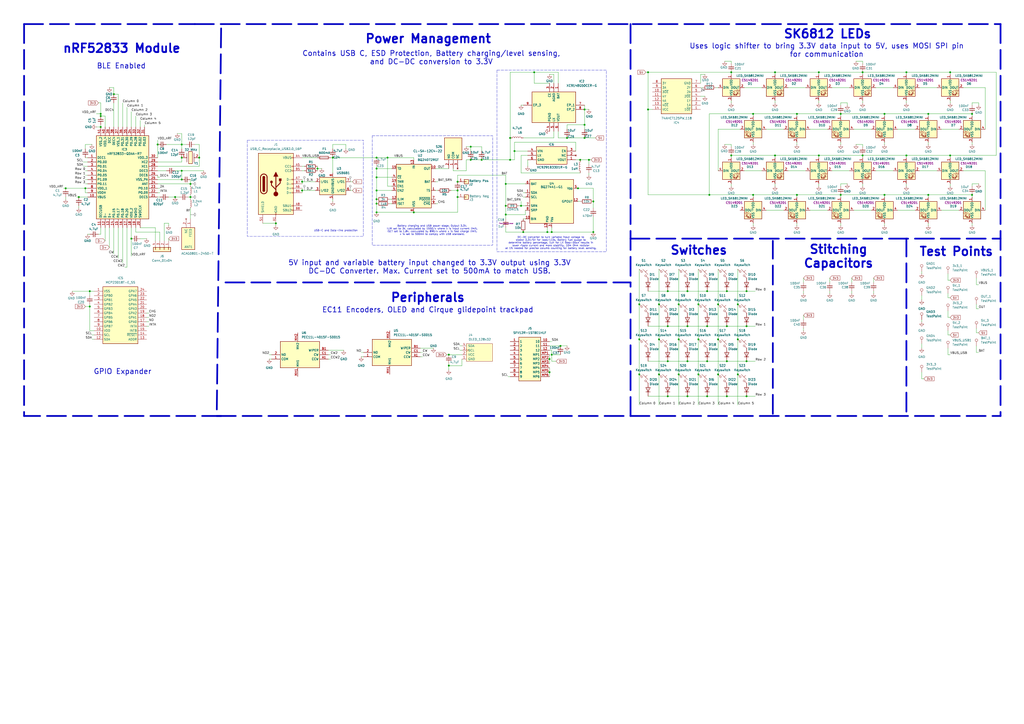
<source format=kicad_sch>
(kicad_sch (version 20231120) (generator "eeschema") (generator_version "8.0")
  (paper "A2")
  (junction (at 105.41 99.06))
  (junction (at 336.55 92.71))
  (junction (at 449.58 90.17))
  (junction (at 375.92 63.5))
  (junction (at 325.12 200.66))
  (junction (at 416.56 217.17))
  (junction (at 58.42 73.66))
  (junction (at 344.17 116.84))
  (junction (at 433.07 189.23))
  (junction (at 563.88 113.03))
  (junction (at 424.18 90.17))
  (junction (at 410.21 189.23))
  (junction (at 513.08 113.03))
  (junction (at 265.43 105.41))
  (junction (at 293.37 124.46))
  (junction (at 551.18 90.17))
  (junction (at 303.53 134.62))
  (junction (at 398.78 229.87))
  (junction (at 105.41 104.14))
  (junction (at 538.48 66.04))
  (junction (at 328.93 80.01))
  (junction (at 500.38 41.91))
  (junction (at 525.78 41.91))
  (junction (at 52.07 177.8))
  (junction (at 411.48 113.03))
  (junction (at 218.44 102.87))
  (junction (at 410.21 168.91))
  (junction (at 538.48 113.03))
  (junction (at 317.5 134.62))
  (junction (at 382.27 196.85))
  (junction (at 487.68 113.03))
  (junction (at 370.84 217.17))
  (junction (at 38.1 109.22))
  (junction (at 421.64 189.23))
  (junction (at 115.57 91.44))
  (junction (at 370.84 176.53))
  (junction (at 91.44 83.82))
  (junction (at 265.43 110.49))
  (junction (at 405.13 217.17))
  (junction (at 295.91 92.71))
  (junction (at 375.92 41.91))
  (junction (at 427.99 217.17))
  (junction (at 370.84 196.85))
  (junction (at 240.03 123.19))
  (junction (at 110.49 106.68))
  (junction (at 175.26 110.49))
  (junction (at 335.28 109.22))
  (junction (at 105.41 83.82))
  (junction (at 433.07 209.55))
  (junction (at 76.2 138.43))
  (junction (at 398.78 209.55))
  (junction (at 160.02 129.54))
  (junction (at 298.45 87.63))
  (junction (at 398.78 168.91))
  (junction (at 218.44 123.19))
  (junction (at 293.37 119.38))
  (junction (at 449.58 41.91))
  (junction (at 339.09 63.5))
  (junction (at 462.28 66.04))
  (junction (at 382.27 217.17))
  (junction (at 433.07 229.87))
  (junction (at 393.7 217.17))
  (junction (at 218.44 97.79))
  (junction (at 421.64 168.91))
  (junction (at 387.35 209.55))
  (junction (at 218.44 115.57))
  (junction (at 218.44 110.49))
  (junction (at 45.72 114.3))
  (junction (at 474.98 90.17))
  (junction (at 393.7 176.53))
  (junction (at 224.79 91.44))
  (junction (at 398.78 189.23))
  (junction (at 487.68 66.04))
  (junction (at 382.27 176.53))
  (junction (at 424.18 41.91))
  (junction (at 341.63 92.71))
  (junction (at 339.09 80.01))
  (junction (at 260.35 205.74))
  (junction (at 421.64 209.55))
  (junction (at 427.99 176.53))
  (junction (at 405.13 176.53))
  (junction (at 563.88 66.04))
  (junction (at 320.04 134.62))
  (junction (at 318.77 208.28))
  (junction (at 416.56 196.85))
  (junction (at 525.78 90.17))
  (junction (at 387.35 229.87))
  (junction (at 184.15 97.79))
  (junction (at 273.05 92.71))
  (junction (at 436.88 66.04))
  (junction (at 339.09 72.39))
  (junction (at 110.49 114.3))
  (junction (at 393.7 196.85))
  (junction (at 405.13 196.85))
  (junction (at 474.98 41.91))
  (junction (at 309.88 41.91))
  (junction (at 58.42 66.04))
  (junction (at 218.44 91.44))
  (junction (at 416.56 176.53))
  (junction (at 500.38 90.17))
  (junction (at 293.37 106.68))
  (junction (at 260.35 212.09))
  (junction (at 410.21 229.87))
  (junction (at 427.99 196.85))
  (junction (at 513.08 66.04))
  (junction (at 52.07 168.91))
  (junction (at 462.28 113.03))
  (junction (at 101.6 114.3))
  (junction (at 66.04 54.61))
  (junction (at 344.17 134.62))
  (junction (at 58.42 67.31))
  (junction (at 295.91 80.01))
  (junction (at 49.53 109.22))
  (junction (at 421.64 229.87))
  (junction (at 279.4 92.71))
  (junction (at 265.43 114.3))
  (junction (at 551.18 41.91))
  (junction (at 175.26 105.41))
  (junction (at 302.26 119.38))
  (junction (at 273.05 85.09))
  (junction (at 387.35 189.23))
  (junction (at 436.88 113.03))
  (junction (at 318.77 215.9))
  (junction (at 193.04 91.44))
  (junction (at 320.04 205.74))
  (junction (at 410.21 209.55))
  (junction (at 105.41 91.44))
  (junction (at 218.44 118.11))
  (junction (at 433.07 168.91))
  (junction (at 387.35 168.91))
  (wire (pts (xy 90.17 132.08) (xy 90.17 139.7)))
  (wire (pts (xy 91.44 111.76) (xy 92.71 111.76)))
  (wire (pts (xy 293.37 101.6) (xy 293.37 106.68)))
  (wire (pts (xy 68.58 54.61) (xy 68.58 73.66)))
  (wire (pts (xy 344.17 125.73) (xy 344.17 134.62)))
  (wire (pts (xy 534.67 171.45) (xy 534.67 173.99)))
  (wire (pts (xy 436.88 113.03) (xy 411.48 113.03)))
  (wire (pts (xy 52.07 191.77) (xy 52.07 177.8)))
  (wire (pts (xy 534.67 215.9) (xy 534.67 219.71)))
  (wire (pts (xy 474.98 90.17) (xy 474.98 91.44)))
  (wire (pts (xy 406.4 43.18) (xy 406.4 48.26)))
  (wire (pts (xy 424.18 41.91) (xy 424.18 43.18)))
  (wire (pts (xy 105.41 99.06) (xy 118.11 99.06)))
  (wire (pts (xy 387.35 229.87) (xy 398.78 229.87)))
  (wire (pts (xy 433.07 189.23) (xy 438.15 189.23)))
  (wire (pts (xy 303.53 134.62) (xy 317.5 134.62)))
  (wire (pts (xy 436.88 130.81) (xy 436.88 129.54)))
  (wire (pts (xy 375.92 209.55) (xy 387.35 209.55)))
  (wire (pts (xy 505.46 74.93) (xy 495.3 74.93)))
  (wire (pts (xy 304.8 124.46) (xy 293.37 124.46)))
  (wire (pts (xy 85.09 189.23) (xy 86.36 189.23)))
  (wire (pts (xy 270.51 92.71) (xy 270.51 99.06)))
  (wire (pts (xy 334.01 92.71) (xy 336.55 92.71)))
  (wire (pts (xy 525.78 41.91) (xy 525.78 43.18)))
  (wire (pts (xy 328.93 80.01) (xy 339.09 80.01)))
  (wire (pts (xy 193.04 83.82) (xy 193.04 86.36)))
  (wire (pts (xy 91.44 109.22) (xy 92.71 109.22)))
  (wire (pts (xy 240.03 123.19) (xy 265.43 123.19)))
  (wire (pts (xy 427.99 196.85) (xy 427.99 217.17)))
  (wire (pts (xy 556.26 121.92) (xy 546.1 121.92)))
  (wire (pts (xy 184.15 96.52) (xy 184.15 97.79)))
  (wire (pts (xy 487.68 59.69) (xy 487.68 60.96)))
  (wire (pts (xy 156.21 208.28) (xy 157.48 208.28)))
  (wire (pts (xy 551.18 41.91) (xy 577.85 41.91)))
  (wire (pts (xy 431.8 99.06) (xy 441.96 99.06)))
  (wire (pts (xy 60.96 67.31) (xy 60.96 73.66)))
  (wire (pts (xy 115.57 91.44) (xy 115.57 96.52)))
  (wire (pts (xy 375.92 63.5) (xy 378.46 63.5)))
  (wire (pts (xy 466.09 161.29) (xy 466.09 163.83)))
  (wire (pts (xy 558.8 50.8) (xy 571.5 50.8)))
  (wire (pts (xy 398.78 209.55) (xy 410.21 209.55)))
  (wire (pts (xy 294.64 218.44) (xy 295.91 218.44)))
  (wire (pts (xy 408.94 55.88) (xy 406.4 55.88)))
  (wire (pts (xy 156.21 205.74) (xy 157.48 205.74)))
  (wire (pts (xy 245.11 204.47) (xy 243.84 204.47)))
  (wire (pts (xy 508 50.8) (xy 518.16 50.8)))
  (wire (pts (xy 66.04 147.32) (xy 66.04 132.08)))
  (wire (pts (xy 533.4 50.8) (xy 543.56 50.8)))
  (wire (pts (xy 525.78 41.91) (xy 551.18 41.91)))
  (wire (pts (xy 318.77 43.18) (xy 321.31 43.18)))
  (wire (pts (xy 344.17 116.84) (xy 344.17 109.22)))
  (wire (pts (xy 36.83 109.22) (xy 38.1 109.22)))
  (wire (pts (xy 481.33 168.91) (xy 481.33 170.18)))
  (wire (pts (xy 571.5 99.06) (xy 571.5 121.92)))
  (wire (pts (xy 298.45 87.63) (xy 298.45 82.55)))
  (wire (pts (xy 433.07 168.91) (xy 438.15 168.91)))
  (wire (pts (xy 566.42 193.04) (xy 567.69 193.04)))
  (wire (pts (xy 44.45 114.3) (xy 45.72 114.3)))
  (wire (pts (xy 110.49 104.14) (xy 110.49 106.68)))
  (wire (pts (xy 273.05 87.63) (xy 273.05 85.09)))
  (wire (pts (xy 424.18 107.95) (xy 424.18 106.68)))
  (wire (pts (xy 81.28 138.43) (xy 85.09 138.43)))
  (wire (pts (xy 420.37 35.56) (xy 424.18 35.56)))
  (wire (pts (xy 76.2 132.08) (xy 76.2 138.43)))
  (wire (pts (xy 251.46 201.93) (xy 243.84 201.93)))
  (wire (pts (xy 449.58 90.17) (xy 474.98 90.17)))
  (wire (pts (xy 334.01 82.55) (xy 334.01 87.63)))
  (wire (pts (xy 49.53 104.14) (xy 50.8 104.14)))
  (wire (pts (xy 405.13 176.53) (xy 405.13 196.85)))
  (wire (pts (xy 408.94 43.18) (xy 406.4 43.18)))
  (wire (pts (xy 218.44 102.87) (xy 227.33 102.87)))
  (wire (pts (xy 49.53 91.44) (xy 50.8 91.44)))
  (wire (pts (xy 262.89 99.06) (xy 270.51 99.06)))
  (wire (pts (xy 295.91 80.01) (xy 295.91 92.71)))
  (wire (pts (xy 533.4 99.06) (xy 543.56 99.06)))
  (wire (pts (xy 260.35 205.74) (xy 267.97 205.74)))
  (wire (pts (xy 474.98 59.69) (xy 474.98 58.42)))
  (wire (pts (xy 387.35 189.23) (xy 398.78 189.23)))
  (wire (pts (xy 254 118.11) (xy 252.73 118.11)))
  (wire (pts (xy 336.55 116.84) (xy 335.28 116.84)))
  (wire (pts (xy 218.44 118.11) (xy 218.44 123.19)))
  (wire (pts (xy 191.77 205.74) (xy 190.5 205.74)))
  (wire (pts (xy 193.04 91.44) (xy 193.04 100.33)))
  (wire (pts (xy 323.85 80.01) (xy 323.85 76.2)))
  (wire (pts (xy 427.99 176.53) (xy 427.99 196.85)))
  (wire (pts (xy 218.44 102.87) (xy 218.44 110.49)))
  (wire (pts (xy 538.48 83.82) (xy 538.48 82.55)))
  (wire (pts (xy 339.09 63.5) (xy 339.09 60.96)))
  (wire (pts (xy 491.49 106.68) (xy 487.68 106.68)))
  (wire (pts (xy 76.2 64.77) (xy 76.2 73.66)))
  (wire (pts (xy 254 105.41) (xy 252.73 105.41)))
  (wire (pts (xy 551.18 59.69) (xy 551.18 58.42)))
  (wire (pts (xy 96.52 83.82) (xy 105.41 83.82)))
  (wire (pts (xy 302.26 119.38) (xy 304.8 119.38)))
  (wire (pts (xy 393.7 217.17) (xy 393.7 234.95)))
  (wire (pts (xy 525.78 107.95) (xy 525.78 106.68)))
  (wire (pts (xy 416.56 156.21) (xy 416.56 176.53)))
  (wire (pts (xy 71.12 59.69) (xy 71.12 73.66)))
  (wire (pts (xy 530.86 121.92) (xy 520.7 121.92)))
  (wire (pts (xy 393.7 196.85) (xy 393.7 217.17)))
  (wire (pts (xy 240.03 91.44) (xy 240.03 92.71)))
  (wire (pts (xy 339.09 72.39) (xy 339.09 74.93)))
  (wire (pts (xy 224.79 107.95) (xy 227.33 107.95)))
  (wire (pts (xy 487.68 113.03) (xy 462.28 113.03)))
  (polyline (pts (xy 580.39 13.97) (xy 580.39 241.3)) (stroke (width 1) (type dash)))
  (wire (pts (xy 260.35 214.63) (xy 260.35 212.09)))
  (wire (pts (xy 218.44 110.49) (xy 218.44 115.57)))
  (wire (pts (xy 76.2 138.43) (xy 76.2 148.59)))
  (wire (pts (xy 91.44 99.06) (xy 96.52 99.06)))
  (polyline (pts (xy 13.97 13.97) (xy 13.97 241.3)) (stroke (width 1) (type dash)))
  (wire (pts (xy 302.26 100.33) (xy 336.55 100.33)))
  (wire (pts (xy 466.09 190.5) (xy 466.09 191.77)))
  (wire (pts (xy 293.37 106.68) (xy 304.8 106.68)))
  (wire (pts (xy 105.41 83.82) (xy 105.41 77.47)))
  (wire (pts (xy 295.91 92.71) (xy 298.45 92.71)))
  (wire (pts (xy 49.53 83.82) (xy 49.53 86.36)))
  (wire (pts (xy 513.08 113.03) (xy 513.08 114.3)))
  (wire (pts (xy 175.26 105.41) (xy 175.26 106.68)))
  (wire (pts (xy 481.33 161.29) (xy 481.33 163.83)))
  (wire (pts (xy 530.86 74.93) (xy 520.7 74.93)))
  (polyline (pts (xy 130.81 163.83) (xy 365.76 163.83)) (stroke (width 1) (type dash)))
  (wire (pts (xy 91.44 102.87) (xy 91.44 101.6)))
  (wire (pts (xy 374.65 41.91) (xy 375.92 41.91)))
  (wire (pts (xy 52.07 177.8) (xy 52.07 176.53)))
  (wire (pts (xy 279.4 85.09) (xy 279.4 87.63)))
  (wire (pts (xy 58.42 67.31) (xy 60.96 67.31)))
  (wire (pts (xy 405.13 217.17) (xy 405.13 234.95)))
  (wire (pts (xy 449.58 41.91) (xy 449.58 43.18)))
  (wire (pts (xy 449.58 41.91) (xy 474.98 41.91)))
  (wire (pts (xy 58.42 66.04) (xy 58.42 67.31)))
  (wire (pts (xy 266.7 203.2) (xy 267.97 203.2)))
  (wire (pts (xy 334.01 109.22) (xy 335.28 109.22)))
  (wire (pts (xy 487.68 83.82) (xy 487.68 82.55)))
  (wire (pts (xy 500.38 59.69) (xy 500.38 58.42)))
  (wire (pts (xy 534.67 199.39) (xy 534.67 201.93)))
  (wire (pts (xy 218.44 115.57) (xy 218.44 118.11)))
  (wire (pts (xy 318.77 215.9) (xy 318.77 218.44)))
  (wire (pts (xy 97.79 114.3) (xy 101.6 114.3)))
  (wire (pts (xy 318.77 200.66) (xy 325.12 200.66)))
  (wire (pts (xy 226.06 115.57) (xy 227.33 115.57)))
  (wire (pts (xy 567.69 59.69) (xy 567.69 60.96)))
  (wire (pts (xy 298.45 82.55) (xy 334.01 82.55)))
  (wire (pts (xy 182.88 110.49) (xy 175.26 110.49)))
  (wire (pts (xy 375.92 229.87) (xy 387.35 229.87)))
  (wire (pts (xy 259.08 205.74) (xy 260.35 205.74)))
  (wire (pts (xy 549.91 162.56) (xy 551.18 162.56)))
  (wire (pts (xy 382.27 217.17) (xy 382.27 234.95)))
  (wire (pts (xy 482.6 50.8) (xy 492.76 50.8)))
  (wire (pts (xy 577.85 41.91) (xy 577.85 90.17)))
  (wire (pts (xy 320.04 205.74) (xy 320.04 203.2)))
  (wire (pts (xy 549.91 158.75) (xy 549.91 162.56)))
  (wire (pts (xy 538.48 113.03) (xy 538.48 114.3)))
  (wire (pts (xy 58.42 132.08) (xy 58.42 135.89)))
  (wire (pts (xy 382.27 196.85) (xy 382.27 217.17)))
  (wire (pts (xy 436.88 66.04) (xy 411.48 66.04)))
  (wire (pts (xy 549.91 184.15) (xy 551.18 184.15)))
  (wire (pts (xy 494.03 161.29) (xy 494.03 163.83)))
  (wire (pts (xy 295.91 41.91) (xy 295.91 80.01)))
  (wire (pts (xy 375.92 41.91) (xy 375.92 63.5)))
  (wire (pts (xy 110.49 114.3) (xy 110.49 115.57)))
  (wire (pts (xy 339.09 63.5) (xy 341.63 63.5)))
  (wire (pts (xy 370.84 176.53) (xy 370.84 196.85)))
  (wire (pts (xy 328.93 72.39) (xy 339.09 72.39)))
  (wire (pts (xy 321.31 80.01) (xy 321.31 76.2)))
  (wire (pts (xy 295.91 41.91) (xy 309.88 41.91)))
  (wire (pts (xy 549.91 180.34) (xy 549.91 184.15)))
  (wire (pts (xy 370.84 196.85) (xy 370.84 217.17)))
  (wire (pts (xy 500.38 35.56) (xy 500.38 36.83)))
  (wire (pts (xy 496.57 35.56) (xy 500.38 35.56)))
  (wire (pts (xy 506.73 161.29) (xy 506.73 163.83)))
  (wire (pts (xy 457.2 50.8) (xy 467.36 50.8)))
  (wire (pts (xy 218.44 91.44) (xy 224.79 91.44)))
  (wire (pts (xy 421.64 229.87) (xy 433.07 229.87)))
  (wire (pts (xy 382.27 156.21) (xy 382.27 176.53)))
  (wire (pts (xy 267.97 208.28) (xy 267.97 212.09)))
  (polyline (pts (xy 125.73 241.3) (xy 580.39 241.3)) (stroke (width 1) (type dash)))
  (wire (pts (xy 566.42 179.07) (xy 567.69 179.07)))
  (wire (pts (xy 91.44 106.68) (xy 110.49 106.68)))
  (wire (pts (xy 85.09 186.69) (xy 86.36 186.69)))
  (wire (pts (xy 474.98 107.95) (xy 474.98 106.68)))
  (wire (pts (xy 341.63 92.71) (xy 342.9 92.71)))
  (wire (pts (xy 551.18 90.17) (xy 551.18 91.44)))
  (wire (pts (xy 91.44 114.3) (xy 92.71 114.3)))
  (wire (pts (xy 209.55 207.01) (xy 210.82 207.01)))
  (wire (pts (xy 556.26 74.93) (xy 546.1 74.93)))
  (wire (pts (xy 341.63 95.25) (xy 341.63 92.71)))
  (wire (pts (xy 328.93 72.39) (xy 328.93 74.93)))
  (wire (pts (xy 303.53 80.01) (xy 321.31 80.01)))
  (wire (pts (xy 71.12 152.4) (xy 71.12 132.08)))
  (wire (pts (xy 273.05 92.71) (xy 279.4 92.71)))
  (wire (pts (xy 50.8 111.76) (xy 49.53 111.76)))
  (wire (pts (xy 398.78 168.91) (xy 410.21 168.91)))
  (wire (pts (xy 49.53 99.06) (xy 50.8 99.06)))
  (wire (pts (xy 549.91 191.77) (xy 549.91 194.31)))
  (wire (pts (xy 55.88 66.04) (xy 58.42 66.04)))
  (wire (pts (xy 279.4 92.71) (xy 295.91 92.71)))
  (wire (pts (xy 436.88 83.82) (xy 436.88 82.55)))
  (wire (pts (xy 110.49 106.68) (xy 110.49 107.95)))
  (wire (pts (xy 500.38 107.95) (xy 500.38 106.68)))
  (wire (pts (xy 78.74 132.08) (xy 78.74 134.62)))
  (wire (pts (xy 105.41 77.47) (xy 102.87 77.47)))
  (wire (pts (xy 298.45 87.63) (xy 306.07 87.63)))
  (wire (pts (xy 563.88 66.04) (xy 563.88 67.31)))
  (wire (pts (xy 91.44 102.87) (xy 92.71 102.87)))
  (wire (pts (xy 421.64 189.23) (xy 433.07 189.23)))
  (wire (pts (xy 260.35 212.09) (xy 260.35 210.82)))
  (wire (pts (xy 500.38 83.82) (xy 500.38 85.09)))
  (wire (pts (xy 184.15 97.79) (xy 184.15 99.06)))
  (wire (pts (xy 487.68 66.04) (xy 487.68 67.31)))
  (wire (pts (xy 416.56 217.17) (xy 416.56 234.95)))
  (wire (pts (xy 191.77 208.28) (xy 190.5 208.28)))
  (wire (pts (xy 105.41 99.06) (xy 105.41 104.14)))
  (wire (pts (xy 571.5 50.8) (xy 571.5 74.93)))
  (polyline (pts (xy 365.76 13.97) (xy 365.76 163.83)) (stroke (width 1) (type dash)))
  (wire (pts (xy 303.53 114.3) (xy 304.8 114.3)))
  (polyline (pts (xy 128.27 16.51) (xy 125.73 241.3)) (stroke (width 1) (type dash)))
  (wire (pts (xy 63.5 50.8) (xy 66.04 50.8)))
  (wire (pts (xy 566.42 190.5) (xy 566.42 193.04)))
  (wire (pts (xy 115.57 96.52) (xy 91.44 96.52)))
  (polyline (pts (xy 367.03 13.97) (xy 580.39 13.97)) (stroke (width 1) (type dash)))
  (wire (pts (xy 462.28 113.03) (xy 436.88 113.03)))
  (wire (pts (xy 91.44 83.82) (xy 91.44 91.44)))
  (wire (pts (xy 534.67 219.71) (xy 535.94 219.71)))
  (wire (pts (xy 321.31 43.18) (xy 321.31 48.26)))
  (wire (pts (xy 66.04 59.69) (xy 66.04 73.66)))
  (wire (pts (xy 105.41 91.44) (xy 105.41 93.98)))
  (wire (pts (xy 382.27 176.53) (xy 382.27 196.85)))
  (wire (pts (xy 176.53 99.06) (xy 175.26 99.06)))
  (wire (pts (xy 393.7 156.21) (xy 393.7 176.53)))
  (wire (pts (xy 110.49 113.03) (xy 110.49 114.3)))
  (wire (pts (xy 309.88 48.26) (xy 318.77 48.26)))
  (wire (pts (xy 262.89 97.79) (xy 262.89 99.06)))
  (wire (pts (xy 320.04 134.62) (xy 344.17 134.62)))
  (wire (pts (xy 293.37 134.62) (xy 293.37 132.08)))
  (wire (pts (xy 387.35 168.91) (xy 398.78 168.91)))
  (wire (pts (xy 487.68 106.68) (xy 487.68 107.95)))
  (wire (pts (xy 325.12 200.66) (xy 328.93 200.66)))
  (wire (pts (xy 370.84 217.17) (xy 370.84 234.95)))
  (wire (pts (xy 115.57 83.82) (xy 113.03 83.82)))
  (wire (pts (xy 175.26 110.49) (xy 175.26 111.76)))
  (wire (pts (xy 398.78 229.87) (xy 410.21 229.87)))
  (wire (pts (xy 505.46 121.92) (xy 495.3 121.92)))
  (wire (pts (xy 431.8 50.8) (xy 441.96 50.8)))
  (wire (pts (xy 500.38 41.91) (xy 525.78 41.91)))
  (wire (pts (xy 506.73 168.91) (xy 506.73 170.18)))
  (wire (pts (xy 563.88 106.68) (xy 563.88 107.95)))
  (wire (pts (xy 200.66 83.82) (xy 193.04 83.82)))
  (wire (pts (xy 49.53 101.6) (xy 50.8 101.6)))
  (wire (pts (xy 302.26 90.17) (xy 306.07 90.17)))
  (wire (pts (xy 424.18 90.17) (xy 449.58 90.17)))
  (polyline (pts (xy 365.76 241.3) (xy 365.76 163.83)) (stroke (width 1) (type dash)))
  (wire (pts (xy 300.99 119.38) (xy 302.26 119.38)))
  (wire (pts (xy 406.4 50.8) (xy 407.67 50.8)))
  (wire (pts (xy 415.29 50.8) (xy 416.56 50.8)))
  (wire (pts (xy 538.48 66.04) (xy 513.08 66.04)))
  (wire (pts (xy 54.61 191.77) (xy 52.07 191.77)))
  (wire (pts (xy 563.88 59.69) (xy 563.88 60.96)))
  (wire (pts (xy 199.39 203.2) (xy 190.5 203.2)))
  (wire (pts (xy 566.42 176.53) (xy 566.42 179.07)))
  (wire (pts (xy 466.09 182.88) (xy 466.09 185.42)))
  (wire (pts (xy 49.53 109.22) (xy 50.8 109.22)))
  (wire (pts (xy 491.49 59.69) (xy 487.68 59.69)))
  (wire (pts (xy 454.66 74.93) (xy 444.5 74.93)))
  (wire (pts (xy 45.72 114.3) (xy 50.8 114.3)))
  (wire (pts (xy 57.15 59.69) (xy 58.42 59.69)))
  (wire (pts (xy 436.88 113.03) (xy 436.88 114.3)))
  (wire (pts (xy 58.42 135.89) (xy 57.15 135.89)))
  (wire (pts (xy 410.21 209.55) (xy 421.64 209.55)))
  (wire (pts (xy 83.82 72.39) (xy 83.82 73.66)))
  (wire (pts (xy 341.63 100.33) (xy 341.63 101.6)))
  (wire (pts (xy 52.07 168.91) (xy 54.61 168.91)))
  (wire (pts (xy 323.85 48.26) (xy 323.85 41.91)))
  (wire (pts (xy 525.78 90.17) (xy 551.18 90.17)))
  (wire (pts (xy 152.4 129.54) (xy 160.02 129.54)))
  (wire (pts (xy 318.77 198.12) (xy 320.04 198.12)))
  (wire (pts (xy 462.28 130.81) (xy 462.28 129.54)))
  (wire (pts (xy 457.2 99.06) (xy 467.36 99.06)))
  (wire (pts (xy 53.34 196.85) (xy 54.61 196.85)))
  (wire (pts (xy 73.66 154.94) (xy 73.66 132.08)))
  (wire (pts (xy 466.09 168.91) (xy 466.09 170.18)))
  (wire (pts (xy 175.26 109.22) (xy 175.26 110.49)))
  (wire (pts (xy 66.04 50.8) (xy 66.04 54.61)))
  (wire (pts (xy 410.21 168.91) (xy 421.64 168.91)))
  (wire (pts (xy 424.18 35.56) (xy 424.18 36.83)))
  (wire (pts (xy 38.1 114.3) (xy 38.1 115.57)))
  (wire (pts (xy 454.66 121.92) (xy 444.5 121.92)))
  (wire (pts (xy 49.53 177.8) (xy 52.07 177.8)))
  (wire (pts (xy 393.7 176.53) (xy 393.7 196.85)))
  (wire (pts (xy 387.35 209.55) (xy 398.78 209.55)))
  (wire (pts (xy 320.04 209.55) (xy 322.58 209.55)))
  (wire (pts (xy 433.07 209.55) (xy 438.15 209.55)))
  (wire (pts (xy 38.1 109.22) (xy 49.53 109.22)))
  (wire (pts (xy 318.77 205.74) (xy 318.77 208.28)))
  (wire (pts (xy 245.11 207.01) (xy 243.84 207.01)))
  (wire (pts (xy 97.79 129.54) (xy 95.25 129.54)))
  (wire (pts (xy 58.42 59.69) (xy 58.42 66.04)))
  (wire (pts (xy 53.34 83.82) (xy 49.53 83.82)))
  (wire (pts (xy 462.28 66.04) (xy 436.88 66.04)))
  (polyline (pts (xy 13.97 13.97) (xy 113.03 13.97)) (stroke (width 1) (type dash)))
  (wire (pts (xy 427.99 156.21) (xy 427.99 176.53)))
  (wire (pts (xy 398.78 189.23) (xy 410.21 189.23)))
  (wire (pts (xy 68.58 149.86) (xy 68.58 132.08)))
  (wire (pts (xy 421.64 209.55) (xy 433.07 209.55)))
  (wire (pts (xy 182.88 105.41) (xy 175.26 105.41)))
  (wire (pts (xy 266.7 200.66) (xy 267.97 200.66)))
  (wire (pts (xy 424.18 59.69) (xy 424.18 58.42)))
  (wire (pts (xy 176.53 96.52) (xy 175.26 96.52)))
  (wire (pts (xy 73.66 62.23) (xy 73.66 73.66)))
  (wire (pts (xy 95.25 129.54) (xy 95.25 139.7)))
  (wire (pts (xy 224.79 91.44) (xy 240.03 91.44)))
  (wire (pts (xy 115.57 83.82) (xy 115.57 91.44)))
  (polyline (pts (xy 365.76 138.43) (xy 580.39 138.43)) (stroke (width 1) (type dash)))
  (wire (pts (xy 405.13 196.85) (xy 405.13 217.17)))
  (wire (pts (xy 424.18 90.17) (xy 424.18 91.44)))
  (wire (pts (xy 534.67 157.48) (xy 534.67 158.75)))
  (wire (pts (xy 293.37 134.62) (xy 303.53 134.62)))
  (wire (pts (xy 496.57 83.82) (xy 500.38 83.82)))
  (wire (pts (xy 309.88 41.91) (xy 323.85 41.91)))
  (wire (pts (xy 309.88 41.91) (xy 309.88 48.26)))
  (wire (pts (xy 513.08 83.82) (xy 513.08 82.55)))
  (wire (pts (xy 218.44 96.52) (xy 218.44 97.79)))
  (wire (pts (xy 474.98 90.17) (xy 500.38 90.17)))
  (wire (pts (xy 549.91 170.18) (xy 549.91 172.72)))
  (wire (pts (xy 480.06 74.93) (xy 469.9 74.93)))
  (wire (pts (xy 270.51 85.09) (xy 273.05 85.09)))
  (wire (pts (xy 306.07 92.71) (xy 306.07 96.52)))
  (wire (pts (xy 416.56 196.85) (xy 416.56 217.17)))
  (wire (pts (xy 204.47 110.49) (xy 203.2 110.49)))
  (wire (pts (xy 92.71 139.7) (xy 92.71 134.62)))
  (wire (pts (xy 474.98 41.91) (xy 474.98 43.18)))
  (wire (pts (xy 317.5 132.08) (xy 317.5 134.62)))
  (wire (pts (xy 105.41 83.82) (xy 107.95 83.82)))
  (wire (pts (xy 267.97 212.09) (xy 260.35 212.09)))
  (wire (pts (xy 218.44 97.79) (xy 218.44 102.87)))
  (wire (pts (xy 462.28 113.03) (xy 462.28 114.3)))
  (wire (pts (xy 298.45 87.63) (xy 298.45 92.71)))
  (wire (pts (xy 566.42 200.66) (xy 566.42 204.47)))
  (wire (pts (xy 320.04 205.74) (xy 325.12 205.74)))
  (wire (pts (xy 63.5 132.08) (xy 63.5 143.51)))
  (wire (pts (xy 424.18 41.91) (xy 449.58 41.91)))
  (wire (pts (xy 302.26 100.33) (xy 302.26 90.17)))
  (wire (pts (xy 375.92 41.91) (xy 424.18 41.91)))
  (wire (pts (xy 97.79 138.43) (xy 97.79 139.7)))
  (wire (pts (xy 209.55 204.47) (xy 210.82 204.47)))
  (wire (pts (xy 293.37 119.38) (xy 293.37 124.46)))
  (wire (pts (xy 563.88 113.03) (xy 563.88 114.3)))
  (wire (pts (xy 416.56 176.53) (xy 416.56 196.85)))
  (polyline (pts (xy 113.03 13.97) (xy 365.76 13.97)) (stroke (width 1) (type dash)))
  (wire (pts (xy 49.53 106.68) (xy 50.8 106.68)))
  (wire (pts (xy 487.68 113.03) (xy 487.68 114.3)))
  (wire (pts (xy 405.13 156.21) (xy 405.13 176.53)))
  (wire (pts (xy 91.44 104.14) (xy 105.41 104.14)))
  (wire (pts (xy 462.28 83.82) (xy 462.28 82.55)))
  (wire (pts (xy 500.38 41.91) (xy 500.38 43.18)))
  (wire (pts (xy 345.44 80.01) (xy 339.09 80.01)))
  (wire (pts (xy 534.67 185.42) (xy 534.67 186.69)))
  (wire (pts (xy 254 110.49) (xy 252.73 110.49)))
  (wire (pts (xy 323.85 80.01) (xy 328.93 80.01)))
  (wire (pts (xy 563.88 113.03) (xy 538.48 113.03)))
  (wire (pts (xy 97.79 129.54) (xy 97.79 130.81)))
  (wire (pts (xy 436.88 66.04) (xy 436.88 67.31)))
  (wire (pts (xy 416.56 74.93) (xy 416.56 99.06)))
  (wire (pts (xy 424.18 83.82) (xy 424.18 85.09)))
  (wire (pts (xy 421.64 168.91) (xy 433.07 168.91)))
  (wire (pts (xy 513.08 113.03) (xy 538.48 113.03)))
  (wire (pts (xy 480.06 121.92) (xy 469.9 121.92)))
  (wire (pts (xy 48.26 96.52) (xy 50.8 96.52)))
  (wire (pts (xy 110.49 114.3) (xy 109.22 114.3)))
  (wire (pts (xy 193.04 116.84) (xy 193.04 115.57)))
  (wire (pts (xy 85.09 181.61) (xy 86.36 181.61)))
  (wire (pts (xy 85.09 184.15) (xy 86.36 184.15)))
  (wire (pts (xy 563.88 130.81) (xy 563.88 129.54)))
  (polyline (pts (xy 128.27 241.3) (xy 13.97 241.3)) (stroke (width 1) (type dash)))
  (wire (pts (xy 49.53 111.76) (xy 49.53 109.22)))
  (wire (pts (xy 416.56 74.93) (xy 429.26 74.93)))
  (wire (pts (xy 53.34 194.31) (xy 54.61 194.31)))
  (wire (pts (xy 110.49 120.65) (xy 110.49 127)))
  (wire (pts (xy 78.74 67.31) (xy 78.74 73.66)))
  (wire (pts (xy 525.78 59.69) (xy 525.78 58.42)))
  (wire (pts (xy 200.66 83.82) (xy 200.66 86.36)))
  (wire (pts (xy 551.18 41.91) (xy 551.18 43.18)))
  (wire (pts (xy 549.91 172.72) (xy 551.18 172.72)))
  (wire (pts (xy 218.44 123.19) (xy 240.03 123.19)))
  (wire (pts (xy 335.28 109.22) (xy 344.17 109.22)))
  (wire (pts (xy 45.72 120.65) (xy 45.72 119.38)))
  (wire (pts (xy 50.8 135.89) (xy 52.07 135.89)))
  (wire (pts (xy 433.07 229.87) (xy 438.15 229.87)))
  (wire (pts (xy 175.26 104.14) (xy 175.26 105.41)))
  (wire (pts (xy 186.69 97.79) (xy 184.15 97.79)))
  (wire (pts (xy 567.69 59.69) (xy 563.88 59.69)))
  (wire (pts (xy 487.68 66.04) (xy 462.28 66.04)))
  (wire (pts (xy 563.88 66.04) (xy 538.48 66.04)))
  (wire (pts (xy 339.09 63.5) (xy 339.09 72.39)))
  (wire (pts (xy 78.74 134.62) (xy 92.71 134.62)))
  (wire (pts (xy 513.08 130.81) (xy 513.08 129.54)))
  (wire (pts (xy 252.73 97.79) (xy 260.35 97.79)))
  (polyline (pts (xy 448.31 240.03) (xy 448.31 139.7)) (stroke (width 1) (type dash)))
  (wire (pts (xy 303.53 127) (xy 304.8 127)))
  (wire (pts (xy 293.37 124.46) (xy 293.37 127)))
  (wire (pts (xy 375.92 189.23) (xy 387.35 189.23)))
  (wire (pts (xy 320.04 209.55) (xy 320.04 205.74)))
  (wire (pts (xy 193.04 91.44) (xy 218.44 91.44)))
  (wire (pts (xy 427.99 217.17) (xy 427.99 234.95)))
  (wire (pts (xy 449.58 107.95) (xy 449.58 106.68)))
  (wire (pts (xy 411.48 66.04) (xy 411.48 113.03)))
  (wire (pts (xy 265.43 110.49) (xy 261.62 110.49)))
  (wire (pts (xy 549.91 205.74) (xy 551.18 205.74)))
  (wire (pts (xy 375.92 168.91) (xy 387.35 168.91)))
  (wire (pts (xy 487.68 113.03) (xy 513.08 113.03)))
  (polyline (pts (xy 525.78 238.76) (xy 525.78 138.43)) (stroke (width 1) (type dash)))
  (wire (pts (xy 420.37 83.82) (xy 424.18 83.82)))
  (wire (pts (xy 449.58 59.69) (xy 449.58 58.42)))
  (wire (pts (xy 566.42 204.47) (xy 567.69 204.47)))
  (wire (pts (xy 52.07 171.45) (xy 52.07 168.91)))
  (wire (pts (xy 344.17 116.84) (xy 344.17 120.65)))
  (wire (pts (xy 91.44 81.28) (xy 91.44 83.82)))
  (wire (pts (xy 375.92 113.03) (xy 411.48 113.03)))
  (wire (pts (xy 101.6 99.06) (xy 105.41 99.06)))
  (wire (pts (xy 566.42 161.29) (xy 566.42 165.1)))
  (wire (pts (xy 558.8 99.06) (xy 571.5 99.06)))
  (wire (pts (xy 525.78 90.17) (xy 525.78 91.44)))
  (wire (pts (xy 293.37 106.68) (xy 293.37 119.38)))
  (wire (pts (xy 567.69 106.68) (xy 563.88 106.68)))
  (wire (pts (xy 265.43 101.6) (xy 293.37 101.6)))
  (wire (pts (xy 577.85 90.17) (xy 551.18 90.17)))
  (wire (pts (xy 218.44 110.49) (xy 227.33 110.49)))
  (wire (pts (xy 538.48 130.81) (xy 538.48 129.54)))
  (wire (pts (xy 303.53 111.76) (xy 304.8 111.76)))
  (wire (pts (xy 226.06 118.11) (xy 227.33 118.11)))
  (wire (pts (xy 66.04 54.61) (xy 68.58 54.61)))
  (wire (pts (xy 474.98 41.91) (xy 500.38 41.91)))
  (wire (pts (xy 302.26 116.84) (xy 302.26 119.38)))
  (wire (pts (xy 487.68 130.81) (xy 487.68 129.54)))
  (wire (pts (xy 563.88 83.82) (xy 563.88 82.55)))
  (wire (pts (xy 60.96 132.08) (xy 60.96 139.7)))
  (wire (pts (xy 81.28 69.85) (xy 81.28 73.66)))
  (wire (pts (xy 273.05 85.09) (xy 279.4 85.09)))
  (wire (pts (xy 551.18 107.95) (xy 551.18 106.68)))
  (wire (pts (xy 370.84 156.21) (xy 370.84 176.53)))
  (wire (pts (xy 320.04 132.08) (xy 320.04 134.62)))
  (wire (pts (xy 566.42 165.1) (xy 567.69 165.1)))
  (wire (pts (xy 549.91 194.31) (xy 551.18 194.31)))
  (wire (pts (xy 538.48 66.04) (xy 538.48 67.31)))
  (wire (pts (xy 160.02 130.81) (xy 160.02 129.54)))
  (wire (pts (xy 175.26 91.44) (xy 184.15 91.44)))
  (wire (pts (xy 449.58 90.17) (xy 449.58 91.44)))
  (wire (pts (xy 55.88 73.66) (xy 58.42 73.66)))
  (wire (pts (xy 494.03 168.91) (xy 494.03 170.18)))
  (wire (pts (xy 224.79 91.44) (xy 224.79 107.95)))
  (wire (pts (xy 482.6 99.06) (xy 492.76 99.06)))
  (wire (pts (xy 81.28 132.08) (xy 90.17 132.08)))
  (wire (pts (xy 91.44 93.98) (xy 105.41 93.98)))
  (wire (pts (xy 105.41 83.82) (xy 105.41 86.36)))
  (wire (pts (xy 320.04 203.2) (xy 318.77 203.2)))
  (wire (pts (xy 500.38 90.17) (xy 525.78 90.17)))
  (wire (pts (xy 204.47 105.41) (xy 203.2 105.41)))
  (wire (pts (xy 491.49 59.69) (xy 491.49 60.96)))
  (wire (pts (xy 462.28 66.04) (xy 462.28 67.31)))
  (wire (pts (xy 375.92 63.5) (xy 375.92 113.03)))
  (wire (pts (xy 304.8 121.92) (xy 304.8 124.46)))
  (wire (pts (xy 191.77 91.44) (xy 193.04 91.44)))
  (wire (pts (xy 500.38 90.17) (xy 500.38 91.44)))
  (wire (pts (xy 513.08 66.04) (xy 513.08 67.31)))
  (wire (pts (xy 58.42 72.39) (xy 58.42 73.66)))
  (wire (pts (xy 41.91 168.91) (xy 52.07 168.91)))
  (wire (pts (xy 410.21 229.87) (xy 421.64 229.87)))
  (wire (pts (xy 318.77 208.28) (xy 318.77 210.82)))
  (wire (pts (xy 318.77 213.36) (xy 318.77 215.9)))
  (wire (pts (xy 410.21 189.23) (xy 421.64 189.23)))
  (wire (pts (xy 549.91 201.93) (xy 549.91 205.74)))
  (wire (pts (xy 265.43 110.49) (xy 265.43 114.3)))
  (wire (pts (xy 48.26 93.98) (xy 50.8 93.98)))
  (wire (pts (xy 302.26 60.96) (xy 303.53 60.96)))
  (wire (pts (xy 265.43 105.41) (xy 265.43 101.6)))
  (wire (pts (xy 270.51 92.71) (xy 273.05 92.71)))
  (wire (pts (xy 101.6 114.3) (xy 104.14 114.3)))
  (wire (pts (xy 508 99.06) (xy 518.16 99.06)))
  (wire (pts (xy 227.33 97.79) (xy 218.44 97.79)))
  (wire (pts (xy 336.55 92.71) (xy 341.63 92.71)))
  (wire (pts (xy 265.43 114.3) (xy 265.43 123.19)))
  (wire (pts (xy 72.39 154.94) (xy 73.66 154.94)))
  (wire (pts (xy 513.08 66.04) (xy 487.68 66.04)))
  (wire (pts (xy 317.5 134.62) (xy 320.04 134.62)))
  (rectangle (start 215.9 78.74) (end 285.75 142.24) (stroke (width 0) (type dash)))
  (rectangle (start 143.51 81.28) (end 210.82 137.16) (stroke (width 0) (type dash)))
  (rectangle (start 288.29 40.64) (end 351.79 146.05) (stroke (width 0) (type dash)))
  (text "Test Points" (at 554.736 146.05 0) (effects (font (size 5 5) (thickness 1) (bold yes))))
  (text "SK6812 LEDs" (at 480.06 19.812 0) (effects (font (size 5 5) (thickness 1) (bold yes))))
  (text "nRF52833 Module" (at 70.612 28.194 0) (effects (font (size 5 5) (thickness 1) (bold yes))))
  (text "GPIO Expander\n" (at 71.12 215.646 0) (effects (font (size 3 3) (thickness 0.375))))
  (text "BLE Enabled\n" (at 70.358 38.354 0) (effects (font (size 3 3) (thickness 0.375))))
  (text "DC-DC converter to turn variable input voltage to\nstable 3.3V/5V for load/LEDs. Battery fuel guage to\ndetermine battery percentage. 1uH for LX Step-Down results in\nlower ripple current and more stability. 10m Ohm resistor\nat 1% needed for precise columb counting for battery level sensing." (at 319.532 140.97 0) (effects (font (size 1 1) (thickness 0.125))))
  (text "Power Management" (at 248.412 22.606 0) (effects (font (size 5 5) (thickness 1) (bold yes))))
  (text "Battery charging and USB power stage. Output 3.3V.\nILIM set to 3k, calculated by 1550/x where x is input current limit.\nISET set to 1.8k, calculated by 890/x where x is fast charge limit.\nx is set to 500mA to comply with USB standard." (at 250.698 133.604 0) (effects (font (size 1 1) (thickness 0.125))))
  (text "USB-C and Data-line protection" (at 194.818 133.858 0) (effects (font (size 1 1) (thickness 0.125))))
  (text "Peripherals\n" (at 248.158 172.72 0) (effects (font (size 5 5) (thickness 1) (bold yes))))
  (text "Switches\n" (at 405.384 145.288 0) (effects (font (size 5 5) (thickness 1) (bold yes))))
  (text "EC11 Encoders, OLED and Cirque glidepoint trackpad\n" (at 248.158 179.832 0) (effects (font (size 3 3) (thickness 0.375))))
  (text "5V input and variable battery input changed to 3.3V output using 3.3V\nDC-DC Converter. Max. Current set to 500mA to match USB." (at 249.174 154.94 0) (effects (font (size 3 3) (thickness 0.375))))
  (text "Contains USB C, ESD Protection, Battery charging/level sensing,\nand DC-DC conversion to 3.3V\n" (at 250.19 33.528 0) (effects (font (size 3 3) (thickness 0.375))))
  (text "Uses logic shifter to bring 3.3V data input to 5V, uses MOSI SPI pin\nfor communication\n" (at 479.552 29.21 0) (effects (font (size 3 3) (thickness 0.375))))
  (text "Stitching\nCapacitors" (at 486.41 148.844 0) (effects (font (size 5 5) (thickness 1) (bold yes))))
  (label "CW" (at 66.04 147.32 180))
  (label "Row 0" (at 49.53 99.06 180))
  (label "CW" (at 245.11 204.47 0))
  (label "NO" (at 209.55 204.47 180))
  (label "D_N" (at 177.8 105.41 0))
  (label "Row 0" (at 438.15 168.91 0))
  (label "Column 4" (at 81.28 69.85 0))
  (label "CHG" (at 254 118.11 0))
  (label "Column 1" (at 73.66 62.23 0))
  (label "SCL" (at 53.34 194.31 180))
  (label "SDA" (at 266.7 200.66 180))
  (label "Row 3" (at 438.15 229.87 0))
  (label "SDA" (at 48.26 96.52 180))
  (label "CCW" (at 245.11 207.01 0))
  (label "Column 1" (at 382.27 234.95 0))
  (label "2A" (at 406.4 53.34 0))
  (label "CW2" (at 191.77 205.74 0))
  (label "Row 1" (at 49.53 101.6 180))
  (label "CCW2" (at 71.12 152.4 180))
  (label "CCW2" (at 191.77 208.28 0))
  (label "Column 3" (at 405.13 234.95 0))
  (label "NO2" (at 156.21 205.74 180))
  (label "SCL" (at 266.7 203.2 180))
  (label "SCL" (at 294.64 218.44 180))
  (label "Column 2" (at 76.2 64.77 0))
  (label "Row 2" (at 438.15 209.55 0))
  (label "Column 4" (at 416.56 234.95 0))
  (label "2A" (at 92.71 109.22 0))
  (label "Row 3" (at 49.53 106.68 180))
  (label "Column 5" (at 427.99 234.95 0))
  (label "INTA" (at 92.71 111.76 0))
  (label "OUT" (at 567.69 179.07 0))
  (label "Column 5" (at 83.82 72.39 0))
  (label "CHG" (at 86.36 181.61 0))
  (label "SCL" (at 303.53 114.3 180))
  (label "Column 0" (at 370.84 234.95 0))
  (label "SDA" (at 320.04 198.12 0))
  (label "VDD_nRF" (at 91.44 81.28 0))
  (label "BAT_SRN" (at 254 105.41 0))
  (label "OUT" (at 254 97.79 0))
  (label "VBUS" (at 44.45 114.3 180))
  (label "D_P" (at 177.8 110.49 0))
  (label "CCW" (at 68.58 149.86 180))
  (label "VDD_nRF" (at 55.88 66.04 180))
  (label "DEC4" (at 92.71 102.87 0))
  (label "INTA" (at 86.36 189.23 0))
  (label "RF" (at 110.49 123.19 180))
  (label "BAT" (at 567.69 204.47 0))
  (label "VBUS" (at 228.6 91.44 0))
  (label "VBUS" (at 567.69 165.1 0))
  (label "Row 2" (at 49.53 104.14 180))
  (label "SCL" (at 48.26 93.98 180))
  (label "VBUS_USB" (at 551.18 205.74 0))
  (label "BAT" (at 290.83 101.6 0))
  (label "VBUS_USB" (at 175.26 91.44 0))
  (label "Column 2" (at 393.7 234.95 0))
  (label "CW2" (at 72.39 154.94 180))
  (label "Row 1" (at 438.15 189.23 0))
  (label "VDD_nRF" (at 76.2 148.59 0))
  (label "NO2" (at 86.36 184.15 0))
  (label "Column 0" (at 71.12 59.69 0))
  (label "VDD_nRF" (at 36.83 109.22 180))
  (label "Column 3" (at 78.74 67.31 0))
  (label "SDA" (at 303.53 111.76 180))
  (label "SDA" (at 53.34 196.85 180))
  (label "DEC4" (at 66.04 64.77 180))
  (label "BAT_SRN" (at 302.26 116.84 180))
  (label "NO" (at 86.36 186.69 0))
  (global_label "3V3" (shape input) (at 57.15 59.69 180) (property "Intersheetrefs" "${INTERSHEET_REFS}" (effects (hide yes))))
  (global_label "3V3" (shape input) (at 466.09 161.29 0) (property "Intersheetrefs" "${INTERSHEET_REFS}" (effects (hide yes))))
  (global_label "3V3" (shape input) (at 551.18 184.15 0) (property "Intersheetrefs" "${INTERSHEET_REFS}" (effects (hide yes))))
  (global_label "5V" (shape input) (at 374.65 41.91 180) (property "Intersheetrefs" "${INTERSHEET_REFS}" (effects (hide yes))))
  (global_label "3V3" (shape input) (at 466.09 182.88 0) (property "Intersheetrefs" "${INTERSHEET_REFS}" (effects (hide yes))))
  (global_label "5V" (shape input) (at 551.18 172.72 0) (property "Intersheetrefs" "${INTERSHEET_REFS}" (effects (hide yes))))
  (global_label "3V3" (shape input) (at 342.9 92.71 0) (property "Intersheetrefs" "${INTERSHEET_REFS}" (effects (hide yes))))
  (global_label "D+" (shape input) (at 63.5 143.51 180) (property "Intersheetrefs" "${INTERSHEET_REFS}" (effects (hide yes))))
  (global_label "5V" (shape input) (at 567.69 193.04 0) (property "Intersheetrefs" "${INTERSHEET_REFS}" (effects (hide yes))))
  (global_label "5V" (shape input) (at 551.18 194.31 0) (property "Intersheetrefs" "${INTERSHEET_REFS}" (effects (hide yes))))
  (global_label "3V3" (shape input) (at 551.18 162.56 0) (property "Intersheetrefs" "${INTERSHEET_REFS}" (effects (hide yes))))
  (global_label "D-" (shape input) (at 60.96 139.7 180) (property "Intersheetrefs" "${INTERSHEET_REFS}" (effects (hide yes))))
  (global_label "3V3" (shape input) (at 494.03 161.29 0) (property "Intersheetrefs" "${INTERSHEET_REFS}" (effects (hide yes))))
  (global_label "3V3" (shape input) (at 49.53 177.8 180) (property "Intersheetrefs" "${INTERSHEET_REFS}" (effects (hide yes))))
  (global_label "5V" (shape input) (at 345.44 80.01 0) (property "Intersheetrefs" "${INTERSHEET_REFS}" (effects (hide yes))))
  (global_label "3V3" (shape input) (at 481.33 161.29 0) (property "Intersheetrefs" "${INTERSHEET_REFS}" (effects (hide yes))))
  (global_label "D+" (shape input) (at 204.47 110.49 0) (property "Intersheetrefs" "${INTERSHEET_REFS}" (effects (hide yes))))
  (global_label "3V3" (shape input) (at 97.79 138.43 0) (property "Intersheetrefs" "${INTERSHEET_REFS}" (effects (hide yes))))
  (global_label "3V3" (shape input) (at 259.08 205.74 180) (property "Intersheetrefs" "${INTERSHEET_REFS}" (effects (hide yes))))
  (global_label "3V3" (shape input) (at 322.58 209.55 0) (property "Intersheetrefs" "${INTERSHEET_REFS}" (effects (hide yes))))
  (global_label "D-" (shape input) (at 204.47 105.41 0) (property "Intersheetrefs" "${INTERSHEET_REFS}" (effects (hide yes))))
  (global_label "3V3" (shape input) (at 535.94 219.71 0) (property "Intersheetrefs" "${INTERSHEET_REFS}" (effects (hide yes))))
  (global_label "3V3" (shape input) (at 506.73 161.29 0) (property "Intersheetrefs" "${INTERSHEET_REFS}" (effects (hide yes))))
  (netclass_flag "" (length 2.54) (shape round) (at 203.2 110.49 0) (property "Netclass" "USB_DiffPair" (effects (hide yes))))
  (netclass_flag "" (length 2.54) (shape round) (at 203.2 105.41 0) (property "Netclass" "USB_DiffPair" (effects (hide yes))))
  (netclass_flag "" (length 2.54) (shape diamond) (at 110.49 124.46 270) (property "Netclass" "ANT" (effects (hide yes))))
  (netclass_flag "" (length 2.54) (shape round) (at 176.53 105.41 0) (property "Netclass" "USB_DiffPair" (effects (hide yes))))
  (netclass_flag "" (length 2.54) (shape round) (at 176.53 110.49 0) (property "Netclass" "USB_DiffPair" (effects (hide yes))))
  (netclass_flag "" (length 2.54) (shape diamond) (at 110.49 114.3 270) (property "Netclass" "ANT" (effects (hide yes))))
  (netclass_flag "" (length 2.54) (shape diamond) (at 110.49 106.68 270) (property "Netclass" "ANT" (effects (hide yes))))
  (symbol (lib_id "power:GND") (at 218.44 123.19 0) (unit 1)
    (property "Reference" "#PWR018" (effects (hide yes)))
    (property "Value" "GND" (at 218.44 128.27 0))
    (property "Description" "Power symbol creates a global label with name \"GND\" , ground" (effects (hide yes)))
  )
  (symbol (lib_id "power:GND") (at 525.78 59.69 0) (unit 1)
    (property "Reference" "#PWR053" (effects (hide yes)))
    (property "Value" "GND" (at 525.78 63.754 0))
    (property "Description" "Power symbol creates a global label with name \"GND\" , ground" (effects (hide yes)))
  )
  (symbol (lib_id "Connector_Generic:Conn_01x01") (at 270.51 105.41 0) (unit 1)
    (property "Reference" "J2" (at 274.32 106.934 0) (effects (justify right)))
    (property "Value" "Battery Pos" (at 283.464 104.902 0) (effects (justify right)))
    (property "Footprint" "Connector_Wire:SolderWire-2.5sqmm_1x01_D2.4mm_OD3.6mm" (effects (hide yes)))
    (property "Description" "Generic connector, single row, 01x01, script generated (kicad-library-utils/schlib/autogen/connector/)" (effects (hide yes)))
  )
  (symbol (lib_id "ScottoKeebs:LED_SK6812MINI") (at 551.18 50.8 0) (unit 1)
    (property "Reference" "D6" (at 562.102 48.514 0))
    (property "Value" "LED_SK6812MINI" (at 562.102 43.942 0))
    (property "Footprint" "ScottoKeebs_Components:LED_SK6812MINI" (effects (hide yes)))
    (property "Datasheet" "https://cdn-shop.adafruit.com/product-files/2686/SK6812MINI_REV.01-1-2.pdf" (effects (hide yes)))
    (property "Description" "RGB LED with integrated controller" (effects (hide yes)))
    (property "LCSC" "C5149201" (at 562.102 46.482 0))
  )
  (symbol (lib_id "Battery_Management:BQ27441-G1") (at 320.04 116.84 0) (unit 1)
    (property "Reference" "U4" (at 320.04 106.426 0))
    (property "Value" "BQ27441-G1" (at 320.04 108.458 0))
    (property "Footprint" "Package_SON:Texas_S-PDSO-N12" (effects (hide yes)))
    (property "Datasheet" "http://www.ti.com/lit/ds/symlink/bq27441-g1.pdf" (effects (hide yes)))
    (property "Description" "System Side Li Ion/Polymer Fuel Gauge, PDSON-12" (effects (hide yes)))
  )
  (symbol (lib_id "ScottoKeebs:LED_SK6812MINI") (at 525.78 99.06 0) (unit 1)
    (property "Reference" "D17" (at 536.702 96.774 0))
    (property "Value" "LED_SK6812MINI" (at 536.702 92.202 0))
    (property "Footprint" "ScottoKeebs_Components:LED_SK6812MINI" (effects (hide yes)))
    (property "Datasheet" "https://cdn-shop.adafruit.com/product-files/2686/SK6812MINI_REV.01-1-2.pdf" (effects (hide yes)))
    (property "Description" "RGB LED with integrated controller" (effects (hide yes)))
    (property "LCSC" "C5149201" (at 536.702 94.742 0))
  )
  (symbol (lib_id "power:GND") (at 563.88 130.81 0) (mirror y) (unit 1)
    (property "Reference" "#PWR062" (effects (hide yes)))
    (property "Value" "GND" (at 563.88 134.874 0))
    (property "Description" "Power symbol creates a global label with name \"GND\" , ground" (effects (hide yes)))
  )
  (symbol (lib_id "ScottoKeebs:LED_SK6812MINI") (at 474.98 50.8 0) (unit 1)
    (property "Reference" "D3" (at 485.902 48.514 0))
    (property "Value" "LED_SK6812MINI" (at 485.902 43.942 0))
    (property "Footprint" "ScottoKeebs_Components:LED_SK6812MINI" (effects (hide yes)))
    (property "Datasheet" "https://cdn-shop.adafruit.com/product-files/2686/SK6812MINI_REV.01-1-2.pdf" (effects (hide yes)))
    (property "Description" "RGB LED with integrated controller" (effects (hide yes)))
    (property "LCSC" "C5149201" (at 485.902 46.482 0))
  )
  (symbol (lib_id "Connector:TestPoint") (at 566.42 176.53 0) (unit 1)
    (property "Reference" "OUT_1" (at 568.96 171.9579 0) (effects (justify left)))
    (property "Value" "TestPoint" (at 568.96 174.4979 0) (effects (justify left)))
    (property "Footprint" "TestPoint:TestPoint_Pad_D1.5mm" (effects (hide yes)))
    (property "Description" "test point" (effects (hide yes)))
  )
  (symbol (lib_id "ScottoKeebs:Placeholder_Keyswitch") (at 396.24 179.07 0) (unit 1)
    (property "Reference" "S9" (at 396.24 171.45 0))
    (property "Value" "Keyswitch" (at 396.24 173.99 0))
    (property "Footprint" "ScottoKeebs_Hotswap:Hotswap_Choc_V1V2_Plated_1.00u" (effects (hide yes)))
    (property "Description" "Push button switch, normally open, two pins, 45° tilted" (effects (hide yes)))
  )
  (symbol (lib_id "power:GND") (at 534.67 158.75 0) (unit 1)
    (property "Reference" "#PWR067" (effects (hide yes)))
    (property "Value" "GND" (at 534.67 163.83 0))
    (property "Description" "Power symbol creates a global label with name \"GND\" , ground" (effects (hide yes)))
  )
  (symbol (lib_id "Device:C_Small") (at 265.43 107.95 0) (unit 1)
    (property "Reference" "C17" (at 271.018 108.204 0) (effects (justify right)))
    (property "Value" "4.7uF" (at 272.288 109.982 0) (effects (justify right)))
    (property "Footprint" "ScottoKeebs_Components:Capacitor_0603" (effects (hide yes)))
    (property "Description" "Unpolarized capacitor, small symbol" (effects (hide yes)))
  )
  (symbol (lib_id "power:GND") (at 341.63 101.6 0) (unit 1)
    (property "Reference" "#PWR023" (effects (hide yes)))
    (property "Value" "GND" (at 341.63 106.68 0))
    (property "Description" "Power symbol creates a global label with name \"GND\" , ground" (effects (hide yes)))
  )
  (symbol (lib_id "Device:C_Small") (at 481.33 166.37 180) (unit 1)
    (property "Reference" "C36" (at 475.488 166.624 0) (effects (justify right)))
    (property "Value" "100nF" (at 473.456 164.338 0) (effects (justify right)))
    (property "Footprint" "ScottoKeebs_Components:Capacitor_0603" (effects (hide yes)))
    (property "Description" "Unpolarized capacitor, small symbol" (effects (hide yes)))
  )
  (symbol (lib_id "power:GND") (at 251.46 201.93 0) (unit 1)
    (property "Reference" "#PWR026" (effects (hide yes)))
    (property "Value" "GND" (at 251.46 200.66 0))
    (property "Description" "Power symbol creates a global label with name \"GND\" , ground" (effects (hide yes)))
  )
  (symbol (lib_id "ScottoKeebs:Placeholder_Keyswitch") (at 407.67 219.71 0) (unit 1)
    (property "Reference" "S21" (at 407.67 212.09 0))
    (property "Value" "Keyswitch" (at 407.67 214.63 0))
    (property "Footprint" "ScottoKeebs_Hotswap:Hotswap_Choc_V1V2_Plated_1.00u" (effects (hide yes)))
    (property "Description" "Push button switch, normally open, two pins, 45° tilted" (effects (hide yes)))
  )
  (symbol (lib_id "Connector:TestPoint") (at 566.42 161.29 0) (unit 1)
    (property "Reference" "VBUS_1" (at 568.96 156.7179 0) (effects (justify left)))
    (property "Value" "TestPoint" (at 568.96 159.2579 0) (effects (justify left)))
    (property "Footprint" "TestPoint:TestPoint_Pad_D1.5mm" (effects (hide yes)))
    (property "Description" "test point" (effects (hide yes)))
  )
  (symbol (lib_id "power:GND") (at 449.58 59.69 0) (unit 1)
    (property "Reference" "#PWR037" (effects (hide yes)))
    (property "Value" "GND" (at 449.58 63.754 0))
    (property "Description" "Power symbol creates a global label with name \"GND\" , ground" (effects (hide yes)))
  )
  (symbol (lib_id "Device:C_Small") (at 344.17 123.19 0) (unit 1)
    (property "Reference" "C22" (at 342.138 121.666 0) (effects (justify right)))
    (property "Value" "470nF" (at 343.916 125.222 0) (effects (justify right)))
    (property "Footprint" "ScottoKeebs_Components:Capacitor_0603" (effects (hide yes)))
    (property "Description" "Unpolarized capacitor, small symbol" (effects (hide yes)))
  )
  (symbol (lib_id "power:GND") (at 302.26 60.96 0) (unit 1)
    (property "Reference" "#PWR070" (effects (hide yes)))
    (property "Value" "GND" (at 302.26 66.04 0))
    (property "Description" "Power symbol creates a global label with name \"GND\" , ground" (effects (hide yes)))
  )
  (symbol (lib_id "ScottoKeebs:Placeholder_Keyswitch") (at 396.24 158.75 0) (unit 1)
    (property "Reference" "S3" (at 396.24 151.13 0))
    (property "Value" "Keyswitch" (at 396.24 153.67 0))
    (property "Footprint" "ScottoKeebs_Hotswap:Hotswap_Choc_V1V2_Plated_1.00u" (effects (hide yes)))
    (property "Description" "Push button switch, normally open, two pins, 45° tilted" (effects (hide yes)))
  )
  (symbol (lib_id "Device:C_Small") (at 328.93 77.47 0) (mirror x) (unit 1)
    (property "Reference" "C26" (at 333.248 79.248 0) (effects (justify right)))
    (property "Value" "10uF" (at 334.01 75.692 0) (effects (justify right)))
    (property "Footprint" "ScottoKeebs_Components:Capacitor_0603" (effects (hide yes)))
    (property "Description" "Unpolarized capacitor, small symbol" (effects (hide yes)))
  )
  (symbol (lib_id "power:GND") (at 466.09 170.18 0) (mirror y) (unit 1)
    (property "Reference" "#PWR064" (effects (hide yes)))
    (property "Value" "GND" (at 466.09 174.244 0))
    (property "Description" "Power symbol creates a global label with name \"GND\" , ground" (effects (hide yes)))
  )
  (symbol (lib_id "power:GND") (at 101.6 114.3 0) (unit 1)
    (property "Reference" "#PWR08" (effects (hide yes)))
    (property "Value" "GND" (at 103.632 117.856 0) (effects (justify right)))
    (property "Description" "Power symbol creates a global label with name \"GND\" , ground" (effects (hide yes)))
  )
  (symbol (lib_id "ScottoKeebs:LED_SK6812MINI") (at 474.98 99.06 0) (unit 1)
    (property "Reference" "D15" (at 485.902 96.774 0))
    (property "Value" "LED_SK6812MINI" (at 485.902 92.202 0))
    (property "Footprint" "ScottoKeebs_Components:LED_SK6812MINI" (effects (hide yes)))
    (property "Datasheet" "https://cdn-shop.adafruit.com/product-files/2686/SK6812MINI_REV.01-1-2.pdf" (effects (hide yes)))
    (property "Description" "RGB LED with integrated controller" (effects (hide yes)))
    (property "LCSC" "C5149201" (at 485.902 94.742 0))
  )
  (symbol (lib_id "ScottoKeebs:Placeholder_Keyswitch") (at 419.1 219.71 0) (unit 1)
    (property "Reference" "S22" (at 419.1 212.09 0))
    (property "Value" "Keyswitch" (at 419.1 214.63 0))
    (property "Footprint" "ScottoKeebs_Hotswap:Hotswap_Choc_V1V2_Plated_1.00u" (effects (hide yes)))
    (property "Description" "Push button switch, normally open, two pins, 45° tilted" (effects (hide yes)))
  )
  (symbol (lib_id "Device:R") (at 180.34 99.06 90) (unit 1)
    (property "Reference" "R2" (at 180.34 101.346 90))
    (property "Value" "5k1" (at 180.34 99.06 90))
    (property "Footprint" "Resistor_SMD:R_0603_1608Metric" (effects (hide yes)))
    (property "Description" "Resistor" (effects (hide yes)))
  )
  (symbol (lib_id "Device:C_Small") (at 424.18 87.63 0) (mirror x) (unit 1)
    (property "Reference" "C28" (at 430.022 87.884 0) (effects (justify right)))
    (property "Value" "100nF" (at 432.054 85.598 0) (effects (justify right)))
    (property "Footprint" "ScottoKeebs_Components:Capacitor_0603" (effects (hide yes)))
    (property "Description" "Unpolarized capacitor, small symbol" (effects (hide yes)))
  )
  (symbol (lib_id "power:GND") (at 420.37 35.56 0) (unit 1)
    (property "Reference" "#PWR028" (effects (hide yes)))
    (property "Value" "GND" (at 419.862 39.116 0))
    (property "Description" "Power symbol creates a global label with name \"GND\" , ground" (effects (hide yes)))
  )
  (symbol (lib_id "ScottoKeebs:Placeholder_Diode") (at 433.07 205.74 90) (unit 1)
    (property "Reference" "Di19" (at 433.832 199.898 90) (effects (justify right)))
    (property "Value" "Diode" (at 433.832 202.438 90) (effects (justify right)))
    (property "Footprint" "ScottoKeebs_Components:Diode_SOD-123" (effects (hide yes)))
    (property "Description" "1N4148 (DO-35) or 1N4148W (SOD-123)" (effects (hide yes)))
    (property "Sim.Device" "D" (effects (hide yes)))
    (property "Sim.Pins" "1=K 2=A" (effects (hide yes)))
  )
  (symbol (lib_id "Device:C_Small") (at 500.38 87.63 0) (mirror x) (unit 1)
    (property "Reference" "C32" (at 506.222 87.884 0) (effects (justify right)))
    (property "Value" "100nF" (at 508.254 85.598 0) (effects (justify right)))
    (property "Footprint" "ScottoKeebs_Components:Capacitor_0603" (effects (hide yes)))
    (property "Description" "Unpolarized capacitor, small symbol" (effects (hide yes)))
  )
  (symbol (lib_id "power:GND") (at 506.73 170.18 0) (mirror y) (unit 1)
    (property "Reference" "#PWR073" (effects (hide yes)))
    (property "Value" "GND" (at 506.73 174.244 0))
    (property "Description" "Power symbol creates a global label with name \"GND\" , ground" (effects (hide yes)))
  )
  (symbol (lib_id "power:GND") (at 156.21 208.28 0) (unit 1)
    (property "Reference" "#PWR020" (effects (hide yes)))
    (property "Value" "GND" (at 156.21 213.36 0))
    (property "Description" "Power symbol creates a global label with name \"GND\" , ground" (effects (hide yes)))
  )
  (symbol (lib_id "ScottoKeebs:Placeholder_Diode") (at 421.64 165.1 90) (unit 1)
    (property "Reference" "Di2" (at 422.402 159.258 90) (effects (justify right)))
    (property "Value" "Diode" (at 422.402 161.798 90) (effects (justify right)))
    (property "Footprint" "ScottoKeebs_Components:Diode_SOD-123" (effects (hide yes)))
    (property "Description" "1N4148 (DO-35) or 1N4148W (SOD-123)" (effects (hide yes)))
    (property "Sim.Device" "D" (effects (hide yes)))
    (property "Sim.Pins" "1=K 2=A" (effects (hide yes)))
  )
  (symbol (lib_id "Connector:TestPoint") (at 549.91 201.93 0) (unit 1)
    (property "Reference" "VBUS_USB1" (at 552.45 197.3579 0) (effects (justify left)))
    (property "Value" "TestPoint" (at 552.45 199.8979 0) (effects (justify left)))
    (property "Footprint" "TestPoint:TestPoint_Pad_D1.5mm" (effects (hide yes)))
    (property "Description" "test point" (effects (hide yes)))
  )
  (symbol (lib_id "ScottoKeebs:Placeholder_Diode") (at 387.35 165.1 90) (unit 1)
    (property "Reference" "Di7" (at 388.112 159.258 90) (effects (justify right)))
    (property "Value" "Diode" (at 388.112 161.798 90) (effects (justify right)))
    (property "Footprint" "ScottoKeebs_Components:Diode_SOD-123" (effects (hide yes)))
    (property "Description" "1N4148 (DO-35) or 1N4148W (SOD-123)" (effects (hide yes)))
    (property "Sim.Device" "D" (effects (hide yes)))
    (property "Sim.Pins" "1=K 2=A" (effects (hide yes)))
  )
  (symbol (lib_id "Device:C_Small") (at 293.37 129.54 0) (unit 1)
    (property "Reference" "C18" (at 292.608 127.508 0) (effects (justify right)))
    (property "Value" "1uF" (at 292.608 131.318 0) (effects (justify right)))
    (property "Footprint" "ScottoKeebs_Components:Capacitor_0603" (effects (hide yes)))
    (property "Description" "Unpolarized capacitor, small symbol" (effects (hide yes)))
    (property "Notes" "Place close to gauge" (at 293.624 129.54 0) (effects (font (size 0.5 0.5))))
  )
  (symbol (lib_id "Device:C_Small") (at 506.73 166.37 180) (unit 1)
    (property "Reference" "C39" (at 500.888 166.624 0) (effects (justify right)))
    (property "Value" "100nF" (at 498.856 164.338 0) (effects (justify right)))
    (property "Footprint" "ScottoKeebs_Components:Capacitor_0603" (effects (hide yes)))
    (property "Description" "Unpolarized capacitor, small symbol" (effects (hide yes)))
  )
  (symbol (lib_id "Device:C_Small") (at 49.53 88.9 0) (mirror y) (unit 1)
    (property "Reference" "C3" (at 44.831 90.043 0))
    (property "Value" "100nF" (at 44.831 87.503 0))
    (property "Footprint" "ScottoKeebs_Components:Capacitor_0603" (effects (hide yes)))
    (property "Description" "Unpolarized capacitor, small symbol" (effects (hide yes)))
  )
  (symbol (lib_id "power:GND") (at 306.07 96.52 0) (unit 1)
    (property "Reference" "#PWR021" (effects (hide yes)))
    (property "Value" "GND" (at 309.372 98.806 0))
    (property "Description" "Power symbol creates a global label with name \"GND\" , ground" (effects (hide yes)))
  )
  (symbol (lib_id "ScottoKeebs:Placeholder_Keyswitch") (at 407.67 199.39 0) (unit 1)
    (property "Reference" "S16" (at 407.67 191.77 0))
    (property "Value" "Keyswitch" (at 407.67 194.31 0))
    (property "Footprint" "ScottoKeebs_Hotswap:Hotswap_Choc_V1V2_Plated_1.00u" (effects (hide yes)))
    (property "Description" "Push button switch, normally open, two pins, 45° tilted" (effects (hide yes)))
  )
  (symbol (lib_id "power:GND") (at 551.18 59.69 0) (unit 1)
    (property "Reference" "#PWR057" (effects (hide yes)))
    (property "Value" "GND" (at 551.18 63.754 0))
    (property "Description" "Power symbol creates a global label with name \"GND\" , ground" (effects (hide yes)))
  )
  (symbol (lib_id "ScottoKeebs:Placeholder_Keyswitch") (at 373.38 179.07 0) (unit 1)
    (property "Reference" "S7" (at 373.38 171.45 0))
    (property "Value" "Keyswitch" (at 373.38 173.99 0))
    (property "Footprint" "ScottoKeebs_Hotswap:Hotswap_Choc_V1V2_Plated_1.00u" (effects (hide yes)))
    (property "Description" "Push button switch, normally open, two pins, 45° tilted" (effects (hide yes)))
  )
  (symbol (lib_id "Connector:TestPoint") (at 549.91 170.18 0) (unit 1)
    (property "Reference" "5V_1" (at 552.45 165.6079 0) (effects (justify left)))
    (property "Value" "TestPoint" (at 552.45 168.1479 0) (effects (justify left)))
    (property "Footprint" "TestPoint:TestPoint_Pad_D1.5mm" (effects (hide yes)))
    (property "Description" "test point" (effects (hide yes)))
  )
  (symbol (lib_id "power:GND") (at 318.77 76.2 270) (unit 1)
    (property "Reference" "#PWR030" (effects (hide yes)))
    (property "Value" "GND" (at 314.452 77.724 90))
    (property "Description" "Power symbol creates a global label with name \"GND\" , ground" (effects (hide yes)))
  )
  (symbol (lib_id "Device:C_Small") (at 494.03 166.37 180) (unit 1)
    (property "Reference" "C38" (at 488.188 166.624 0) (effects (justify right)))
    (property "Value" "100nF" (at 486.156 164.338 0) (effects (justify right)))
    (property "Footprint" "ScottoKeebs_Components:Capacitor_0603" (effects (hide yes)))
    (property "Description" "Unpolarized capacitor, small symbol" (effects (hide yes)))
  )
  (symbol (lib_id "Device:C_Small") (at 95.25 114.3 90) (unit 1)
    (property "Reference" "C11" (at 92.456 116.078 90))
    (property "Value" "820pF" (at 91.948 118.364 90))
    (property "Footprint" "ScottoKeebs_Components:Capacitor_0603" (effects (hide yes)))
    (property "Description" "Unpolarized capacitor, small symbol" (effects (hide yes)))
  )
  (symbol (lib_id "Power_Protection:USB6B1") (at 193.04 107.95 0) (unit 1)
    (property "Reference" "U3" (at 195.2341 97.79 0) (effects (justify left)))
    (property "Value" "USB6B1" (at 195.2341 100.33 0) (effects (justify left)))
    (property "Footprint" "Package_SO:SOIC-8_3.9x4.9mm_P1.27mm" (effects (hide yes)))
    (property "Datasheet" "http://www.st.com/content/ccc/resource/technical/document/datasheet/3e/ec/b2/54/b2/76/47/90/CD00001361.pdf/files/CD00001361.pdf/jcr:content/translations/en.CD00001361.pdf" (effects (hide yes)))
    (property "Description" "5V Data line protection" (effects (hide yes)))
  )
  (symbol (lib_id "ScottoKeebs:LED_SK6812MINI") (at 500.38 99.06 0) (unit 1)
    (property "Reference" "D16" (at 511.302 96.774 0))
    (property "Value" "LED_SK6812MINI" (at 511.302 92.202 0))
    (property "Footprint" "ScottoKeebs_Components:LED_SK6812MINI" (effects (hide yes)))
    (property "Datasheet" "https://cdn-shop.adafruit.com/product-files/2686/SK6812MINI_REV.01-1-2.pdf" (effects (hide yes)))
    (property "Description" "RGB LED with integrated controller" (effects (hide yes)))
    (property "LCSC" "C5149201" (at 511.302 94.742 0))
  )
  (symbol (lib_id "power:GND") (at 449.58 107.95 0) (unit 1)
    (property "Reference" "#PWR038" (effects (hide yes)))
    (property "Value" "GND" (at 449.58 112.014 0))
    (property "Description" "Power symbol creates a global label with name \"GND\" , ground" (effects (hide yes)))
  )
  (symbol (lib_id "power:GND") (at 344.17 134.62 0) (unit 1)
    (property "Reference" "#PWR024" (effects (hide yes)))
    (property "Value" "GND" (at 344.17 138.176 0))
    (property "Description" "Power symbol creates a global label with name \"GND\" , ground" (effects (hide yes)))
  )
  (symbol (lib_id "Device:C_Small") (at 279.4 90.17 0) (mirror x) (unit 1)
    (property "Reference" "C10" (at 283.718 91.694 0) (effects (justify right)))
    (property "Value" "4.7uF" (at 284.734 88.392 0) (effects (justify right)))
    (property "Footprint" "ScottoKeebs_Components:Capacitor_0603" (effects (hide yes)))
    (property "Description" "Unpolarized capacitor, small symbol" (effects (hide yes)))
  )
  (symbol (lib_id "Device:C_Small") (at 45.72 116.84 180) (unit 1)
    (property "Reference" "C2" (at 49.784 115.824 0))
    (property "Value" "4.7uF" (at 49.784 118.364 0))
    (property "Footprint" "ScottoKeebs_Components:Capacitor_0603" (effects (hide yes)))
    (property "Description" "Unpolarized capacitor, small symbol" (effects (hide yes)))
  )
  (symbol (lib_id "ScottoKeebs:Placeholder_Diode") (at 398.78 165.1 90) (unit 1)
    (property "Reference" "Di8" (at 399.542 159.258 90) (effects (justify right)))
    (property "Value" "Diode" (at 399.542 161.798 90) (effects (justify right)))
    (property "Footprint" "ScottoKeebs_Components:Diode_SOD-123" (effects (hide yes)))
    (property "Description" "1N4148 (DO-35) or 1N4148W (SOD-123)" (effects (hide yes)))
    (property "Sim.Device" "D" (effects (hide yes)))
    (property "Sim.Pins" "1=K 2=A" (effects (hide yes)))
  )
  (symbol (lib_id "power:GND") (at 462.28 83.82 0) (mirror y) (unit 1)
    (property "Reference" "#PWR039" (effects (hide yes)))
    (property "Value" "GND" (at 462.28 87.884 0))
    (property "Description" "Power symbol creates a global label with name \"GND\" , ground" (effects (hide yes)))
  )
  (symbol (lib_id "ScottoKeebs:LED_SK6812MINI") (at 487.68 121.92 0) (mirror y) (unit 1)
    (property "Reference" "D21" (at 476.758 119.634 0))
    (property "Value" "LED_SK6812MINI" (at 476.758 115.062 0))
    (property "Footprint" "ScottoKeebs_Components:LED_SK6812MINI" (effects (hide yes)))
    (property "Datasheet" "https://cdn-shop.adafruit.com/product-files/2686/SK6812MINI_REV.01-1-2.pdf" (effects (hide yes)))
    (property "Description" "RGB LED with integrated controller" (effects (hide yes)))
    (property "LCSC" "C5149201" (at 476.758 117.602 0))
  )
  (symbol (lib_id "ScottoKeebs:Placeholder_Keyswitch") (at 384.81 199.39 0) (unit 1)
    (property "Reference" "S14" (at 384.81 191.77 0))
    (property "Value" "Keyswitch" (at 384.81 194.31 0))
    (property "Footprint" "ScottoKeebs_Hotswap:Hotswap_Choc_V1V2_Plated_1.00u" (effects (hide yes)))
    (property "Description" "Push button switch, normally open, two pins, 45° tilted" (effects (hide yes)))
  )
  (symbol (lib_id "Device:R") (at 297.18 119.38 90) (mirror x) (unit 1)
    (property "Reference" "R9" (at 297.18 119.38 90))
    (property "Value" "10m1%" (at 297.434 121.412 90))
    (property "Footprint" "Resistor_SMD:R_0603_1608Metric" (effects (hide yes)))
    (property "Description" "Resistor" (effects (hide yes)))
  )
  (symbol (lib_id "power:GND") (at 328.93 200.66 0) (unit 1)
    (property "Reference" "#PWR069" (effects (hide yes)))
    (property "Value" "GND" (at 330.962 204.47 0) (effects (justify right)))
    (property "Description" "Power symbol creates a global label with name \"GND\" , ground" (effects (hide yes)))
  )
  (symbol (lib_id "ScottoKeebs:Placeholder_Keyswitch") (at 419.1 158.75 0) (unit 1)
    (property "Reference" "S5" (at 419.1 151.13 0))
    (property "Value" "Keyswitch" (at 419.1 153.67 0))
    (property "Footprint" "ScottoKeebs_Hotswap:Hotswap_Choc_V1V2_Plated_1.00u" (effects (hide yes)))
    (property "Description" "Push button switch, normally open, two pins, 45° tilted" (effects (hide yes)))
  )
  (symbol (lib_id "Device:L_Small") (at 110.49 118.11 0) (mirror x) (unit 1)
    (property "Reference" "L2" (at 113.792 118.872 0))
    (property "Value" "2.2nH" (at 114.3 116.84 0))
    (property "Footprint" "Inductor_SMD:L_0603_1608Metric" (effects (hide yes)))
    (property "Description" "Inductor, small symbol" (effects (hide yes)))
  )
  (symbol (lib_id "ScottoKeebs:Placeholder_Keyswitch") (at 419.1 179.07 0) (unit 1)
    (property "Reference" "S11" (at 419.1 171.45 0))
    (property "Value" "Keyswitch" (at 419.1 173.99 0))
    (property "Footprint" "ScottoKeebs_Hotswap:Hotswap_Choc_V1V2_Plated_1.00u" (effects (hide yes)))
    (property "Description" "Push button switch, normally open, two pins, 45° tilted" (effects (hide yes)))
  )
  (symbol (lib_id "power:GND") (at 424.18 107.95 0) (unit 1)
    (property "Reference" "#PWR034" (effects (hide yes)))
    (property "Value" "GND" (at 424.18 112.014 0))
    (property "Description" "Power symbol creates a global label with name \"GND\" , ground" (effects (hide yes)))
  )
  (symbol (lib_id "SamacSys_Parts:XC9291B33D1R-G") (at 334.01 92.71 180) (unit 1)
    (property "Reference" "IC6" (at 319.786 83.82 0))
    (property "Value" "XC9291B33D1R-G" (at 320.294 97.028 0))
    (property "Footprint" "SamacSys_Parts:XC9290A07E1RG" (effects (hide yes)))
    (property "Datasheet" "https://product.torexsemi.com/system/files/series/XC9291.pdf" (effects (hide yes)))
    (property "Description" "HiSAT-COT  Control Extremely Small 600mA Step-Down DC/DC Converters" (effects (hide yes)))
    (property "Height" "0.3" (effects (hide yes)))
    (property "Manufacturer_Name" "Torex" (effects (hide yes)))
    (property "Manufacturer_Part_Number" "XC9291B33D1R-G" (effects (hide yes)))
  )
  (symbol (lib_id "ScottoKeebs:Placeholder_Diode") (at 410.21 205.74 90) (unit 1)
    (property "Reference" "Di18" (at 410.972 199.898 90) (effects (justify right)))
    (property "Value" "Diode" (at 410.972 202.438 90) (effects (justify right)))
    (property "Footprint" "ScottoKeebs_Components:Diode_SOD-123" (effects (hide yes)))
    (property "Description" "1N4148 (DO-35) or 1N4148W (SOD-123)" (effects (hide yes)))
    (property "Sim.Device" "D" (effects (hide yes)))
    (property "Sim.Pins" "1=K 2=A" (effects (hide yes)))
  )
  (symbol (lib_id "ScottoKeebs:Placeholder_Diode") (at 433.07 226.06 90) (unit 1)
    (property "Reference" "Di23" (at 433.832 220.218 90) (effects (justify right)))
    (property "Value" "Diode" (at 433.832 222.758 90) (effects (justify right)))
    (property "Footprint" "ScottoKeebs_Components:Diode_SOD-123" (effects (hide yes)))
    (property "Description" "1N4148 (DO-35) or 1N4148W (SOD-123)" (effects (hide yes)))
    (property "Sim.Device" "D" (effects (hide yes)))
    (property "Sim.Pins" "1=K 2=A" (effects (hide yes)))
  )
  (symbol (lib_id "Connector_Generic:Conn_01x01") (at 270.51 114.3 0) (unit 1)
    (property "Reference" "J3" (at 274.574 115.824 0) (effects (justify right)))
    (property "Value" "Battery Neg" (at 283.718 113.792 0) (effects (justify right)))
    (property "Footprint" "Connector_Wire:SolderWire-2.5sqmm_1x01_D2.4mm_OD3.6mm" (effects (hide yes)))
    (property "Description" "Generic connector, single row, 01x01, script generated (kicad-library-utils/schlib/autogen/connector/)" (effects (hide yes)))
  )
  (symbol (lib_id "power:GND") (at 538.48 130.81 0) (mirror y) (unit 1)
    (property "Reference" "#PWR056" (effects (hide yes)))
    (property "Value" "GND" (at 538.48 134.874 0))
    (property "Description" "Power symbol creates a global label with name \"GND\" , ground" (effects (hide yes)))
  )
  (symbol (lib_id "power:GND") (at 474.98 107.95 0) (unit 1)
    (property "Reference" "#PWR042" (effects (hide yes)))
    (property "Value" "GND" (at 474.98 112.014 0))
    (property "Description" "Power symbol creates a global label with name \"GND\" , ground" (effects (hide yes)))
  )
  (symbol (lib_id "power:GND") (at 408.94 43.18 0) (unit 1)
    (property "Reference" "#PWR013" (effects (hide yes)))
    (property "Value" "GND" (at 409.194 46.482 0))
    (property "Description" "Power symbol creates a global label with name \"GND\" , ground" (effects (hide yes)))
  )
  (symbol (lib_id "Device:C_Small") (at 500.38 39.37 0) (mirror x) (unit 1)
    (property "Reference" "C31" (at 506.222 39.624 0) (effects (justify right)))
    (property "Value" "100nF" (at 508.254 37.338 0) (effects (justify right)))
    (property "Footprint" "ScottoKeebs_Components:Capacitor_0603" (effects (hide yes)))
    (property "Description" "Unpolarized capacitor, small symbol" (effects (hide yes)))
  )
  (symbol (lib_id "power:GND") (at 487.68 130.81 0) (mirror y) (unit 1)
    (property "Reference" "#PWR046" (effects (hide yes)))
    (property "Value" "GND" (at 487.68 134.874 0))
    (property "Description" "Power symbol creates a global label with name \"GND\" , ground" (effects (hide yes)))
  )
  (symbol (lib_id "Device:C_Small") (at 260.35 208.28 0) (unit 1)
    (property "Reference" "C9" (at 264.668 207.01 0) (effects (justify right)))
    (property "Value" "4.7uF" (at 266.446 210.058 0) (effects (justify right)))
    (property "Footprint" "ScottoKeebs_Components:Capacitor_0603" (effects (hide yes)))
    (property "Description" "Unpolarized capacitor, small symbol" (effects (hide yes)))
  )
  (symbol (lib_id "ScottoKeebs:Placeholder_Diode") (at 387.35 205.74 90) (unit 1)
    (property "Reference" "Di16" (at 388.112 199.898 90) (effects (justify right)))
    (property "Value" "Diode" (at 388.112 202.438 90) (effects (justify right)))
    (property "Footprint" "ScottoKeebs_Components:Diode_SOD-123" (effects (hide yes)))
    (property "Description" "1N4148 (DO-35) or 1N4148W (SOD-123)" (effects (hide yes)))
    (property "Sim.Device" "D" (effects (hide yes)))
    (property "Sim.Pins" "1=K 2=A" (effects (hide yes)))
  )
  (symbol (lib_id "ScottoKeebs:LED_SK6812MINI") (at 513.08 121.92 0) (mirror y) (unit 1)
    (property "Reference" "D20" (at 502.158 119.634 0))
    (property "Value" "LED_SK6812MINI" (at 502.158 115.062 0))
    (property "Footprint" "ScottoKeebs_Components:LED_SK6812MINI" (effects (hide yes)))
    (property "Datasheet" "https://cdn-shop.adafruit.com/product-files/2686/SK6812MINI_REV.01-1-2.pdf" (effects (hide yes)))
    (property "Description" "RGB LED with integrated controller" (effects (hide yes)))
    (property "LCSC" "C5149201" (at 502.158 117.602 0))
  )
  (symbol (lib_id "ScottoKeebs:LED_SK6812MINI") (at 538.48 121.92 0) (mirror y) (unit 1)
    (property "Reference" "D24" (at 527.558 119.634 0))
    (property "Value" "LED_SK6812MINI" (at 527.558 115.062 0))
    (property "Footprint" "ScottoKeebs_Components:LED_SK6812MINI" (effects (hide yes)))
    (property "Datasheet" "https://cdn-shop.adafruit.com/product-files/2686/SK6812MINI_REV.01-1-2.pdf" (effects (hide yes)))
    (property "Description" "RGB LED with integrated controller" (effects (hide yes)))
    (property "LCSC" "C5149201" (at 527.558 117.602 0))
  )
  (symbol (lib_id "ScottoKeebs:Placeholder_Keyswitch") (at 373.38 158.75 0) (unit 1)
    (property "Reference" "S1" (at 373.38 151.13 0))
    (property "Value" "Keyswitch" (at 373.38 153.67 0))
    (property "Footprint" "ScottoKeebs_Hotswap:Hotswap_Choc_V1V2_Plated_1.00u" (effects (hide yes)))
    (property "Description" "Push button switch, normally open, two pins, 45° tilted" (effects (hide yes)))
  )
  (symbol (lib_id "power:GND") (at 551.18 107.95 0) (unit 1)
    (property "Reference" "#PWR058" (effects (hide yes)))
    (property "Value" "GND" (at 551.18 112.014 0))
    (property "Description" "Power symbol creates a global label with name \"GND\" , ground" (effects (hide yes)))
  )
  (symbol (lib_id "Connector:TestPoint") (at 534.67 199.39 0) (unit 1)
    (property "Reference" "GND4" (at 537.21 194.8179 0) (effects (justify left)))
    (property "Value" "TestPoint" (at 537.21 197.3579 0) (effects (justify left)))
    (property "Footprint" "TestPoint:TestPoint_Pad_D1.5mm" (effects (hide yes)))
    (property "Description" "test point" (effects (hide yes)))
  )
  (symbol (lib_id "ScottoKeebs:Placeholder_Keyswitch") (at 373.38 219.71 0) (unit 1)
    (property "Reference" "S19" (at 373.38 212.09 0))
    (property "Value" "Keyswitch" (at 373.38 214.63 0))
    (property "Footprint" "ScottoKeebs_Hotswap:Hotswap_Choc_V1V2_Plated_1.00u" (effects (hide yes)))
    (property "Description" "Push button switch, normally open, two pins, 45° tilted" (effects (hide yes)))
  )
  (symbol (lib_id "Device:C_Small") (at 218.44 93.98 180) (unit 1)
    (property "Reference" "C23" (at 218.694 96.266 0) (effects (justify right)))
    (property "Value" "4.7uF" (at 218.694 92.456 0) (effects (justify right)))
    (property "Footprint" "ScottoKeebs_Components:Capacitor_0603" (effects (hide yes)))
    (property "Description" "Unpolarized capacitor, small symbol" (effects (hide yes)))
  )
  (symbol (lib_id "power:GND") (at 193.04 116.84 0) (unit 1)
    (property "Reference" "#PWR017" (effects (hide yes)))
    (property "Value" "GND" (at 193.04 121.92 0))
    (property "Description" "Power symbol creates a global label with name \"GND\" , ground" (effects (hide yes)))
  )
  (symbol (lib_id "ScottoKeebs:Placeholder_Diode") (at 433.07 185.42 90) (unit 1)
    (property "Reference" "Di15" (at 433.832 179.578 90) (effects (justify right)))
    (property "Value" "Diode" (at 433.832 182.118 90) (effects (justify right)))
    (property "Footprint" "ScottoKeebs_Components:Diode_SOD-123" (effects (hide yes)))
    (property "Description" "1N4148 (DO-35) or 1N4148W (SOD-123)" (effects (hide yes)))
    (property "Sim.Device" "D" (effects (hide yes)))
    (property "Sim.Pins" "1=K 2=A" (effects (hide yes)))
  )
  (symbol (lib_id "Device:R") (at 303.53 130.81 0) (unit 1)
    (property "Reference" "R7" (at 300.482 130.048 0))
    (property "Value" "10k" (at 300.482 132.08 0))
    (property "Footprint" "Resistor_SMD:R_0603_1608Metric" (effects (hide yes)))
    (property "Description" "Resistor" (effects (hide yes)))
  )
  (symbol (lib_id "Device:C_Small") (at 105.41 88.9 180) (unit 1)
    (property "Reference" "C14" (at 101.346 87.122 0))
    (property "Value" "12pF" (at 101.346 89.662 0))
    (property "Footprint" "ScottoKeebs_Components:Capacitor_0603" (effects (hide yes)))
    (property "Description" "Unpolarized capacitor, small symbol" (effects (hide yes)))
  )
  (symbol (lib_id "ScottoKeebs:Placeholder_Diode") (at 387.35 185.42 90) (unit 1)
    (property "Reference" "Di12" (at 388.112 179.578 90) (effects (justify right)))
    (property "Value" "Diode" (at 388.112 182.118 90) (effects (justify right)))
    (property "Footprint" "ScottoKeebs_Components:Diode_SOD-123" (effects (hide yes)))
    (property "Description" "1N4148 (DO-35) or 1N4148W (SOD-123)" (effects (hide yes)))
    (property "Sim.Device" "D" (effects (hide yes)))
    (property "Sim.Pins" "1=K 2=A" (effects (hide yes)))
  )
  (symbol (lib_id "power:GND") (at 85.09 138.43 0) (unit 1)
    (property "Reference" "#PWR07" (effects (hide yes)))
    (property "Value" "GND" (at 87.376 142.494 0) (effects (justify right)))
    (property "Description" "Power symbol creates a global label with name \"GND\" , ground" (effects (hide yes)))
  )
  (symbol (lib_id "ScottoKeebs:Placeholder_Keyswitch") (at 430.53 158.75 0) (unit 1)
    (property "Reference" "S6" (at 430.53 151.13 0))
    (property "Value" "Keyswitch" (at 430.53 153.67 0))
    (property "Footprint" "ScottoKeebs_Hotswap:Hotswap_Choc_V1V2_Plated_1.00u" (effects (hide yes)))
    (property "Description" "Push button switch, normally open, two pins, 45° tilted" (effects (hide yes)))
  )
  (symbol (lib_id "power:GND") (at 408.94 55.88 0) (unit 1)
    (property "Reference" "#PWR014" (effects (hide yes)))
    (property "Value" "GND" (at 408.94 59.944 0))
    (property "Description" "Power symbol creates a global label with name \"GND\" , ground" (effects (hide yes)))
  )
  (symbol (lib_id "ScottoKeebs:LED_SK6812MINI") (at 424.18 99.06 0) (unit 1)
    (property "Reference" "D13" (at 435.102 96.774 0))
    (property "Value" "LED_SK6812MINI" (at 435.102 92.202 0))
    (property "Footprint" "ScottoKeebs_Components:LED_SK6812MINI" (effects (hide yes)))
    (property "Datasheet" "https://cdn-shop.adafruit.com/product-files/2686/SK6812MINI_REV.01-1-2.pdf" (effects (hide yes)))
    (property "Description" "RGB LED with integrated controller" (effects (hide yes)))
    (property "LCSC" "C5149201" (at 435.102 94.742 0))
  )
  (symbol (lib_id "Connector:TestPoint") (at 534.67 215.9 0) (unit 1)
    (property "Reference" "3V3_3" (at 537.21 211.3279 0) (effects (justify left)))
    (property "Value" "TestPoint" (at 537.21 213.8679 0) (effects (justify left)))
    (property "Footprint" "TestPoint:TestPoint_Pad_D1.5mm" (effects (hide yes)))
    (property "Description" "test point" (effects (hide yes)))
  )
  (symbol (lib_id "power:GND") (at 513.08 130.81 0) (mirror y) (unit 1)
    (property "Reference" "#PWR052" (effects (hide yes)))
    (property "Value" "GND" (at 513.08 134.874 0))
    (property "Description" "Power symbol creates a global label with name \"GND\" , ground" (effects (hide yes)))
  )
  (symbol (lib_id "SamacSys_Parts:PEC11L-4015F-S0015") (at 172.72 218.44 90) (unit 1)
    (property "Reference" "U6" (at 174.9141 193.04 90) (effects (justify right)))
    (property "Value" "PEC11L-4015F-S0015" (at 174.9141 195.58 90) (effects (justify right)))
    (property "Footprint" "SamacSys_Parts:PEC11L4015FS0015" (effects (hide yes)))
    (property "Datasheet" "https://www.bourns.com/PDFs/pec11l.pdf" (effects (hide yes)))
    (property "Description" "Rotary Encoder Mechanical 15 Quadrature (Incremental) Vertical 	 6mm Dia Flatted End" (effects (hide yes)))
    (property "Height" "20" (effects (hide yes)))
    (property "Mouser Part Number" "652-PEC11L4015FS0015" (effects (hide yes)))
    (property "Mouser Price/Stock" "https://www.mouser.co.uk/ProductDetail/Bourns/PEC11L-4015F-S0015?qs=Zq5ylnUbLm7G6EFrj3V7Lw%3D%3D" (effects (hide yes)))
    (property "Manufacturer_Name" "Bourns" (effects (hide yes)))
    (property "Manufacturer_Part_Number" "PEC11L-4015F-S0015" (effects (hide yes)))
  )
  (symbol (lib_id "power:GND") (at 420.37 83.82 0) (unit 1)
    (property "Reference" "#PWR033" (effects (hide yes)))
    (property "Value" "GND" (at 420.116 87.63 0))
    (property "Description" "Power symbol creates a global label with name \"GND\" , ground" (effects (hide yes)))
  )
  (symbol (lib_id "Device:L") (at 336.55 96.52 0) (mirror y) (unit 1)
    (property "Reference" "L3" (at 335.28 95.2499 0) (effects (justify left)))
    (property "Value" "1uH" (at 335.28 97.7899 0) (effects (justify left)))
    (property "Footprint" "Inductor_SMD:L_0603_1608Metric" (effects (hide yes)))
    (property "Description" "Inductor" (effects (hide yes)))
  )
  (symbol (lib_id "ScottoKeebs:Placeholder_Keyswitch") (at 430.53 219.71 0) (unit 1)
    (property "Reference" "S23" (at 430.53 212.09 0))
    (property "Value" "Keyswitch" (at 430.53 214.63 0))
    (property "Footprint" "ScottoKeebs_Hotswap:Hotswap_Choc_V1V2_Plated_1.00u" (effects (hide yes)))
    (property "Description" "Push button switch, normally open, two pins, 45° tilted" (effects (hide yes)))
  )
  (symbol (lib_id "Device:L_Small") (at 110.49 110.49 0) (unit 1)
    (property "Reference" "L1" (at 113.538 110.998 0))
    (property "Value" "4.7nH" (at 113.792 108.966 0))
    (property "Footprint" "Inductor_SMD:L_0603_1608Metric" (effects (hide yes)))
    (property "Description" "Inductor, small symbol" (effects (hide yes)))
  )
  (symbol (lib_id "Connector:TestPoint") (at 534.67 185.42 0) (unit 1)
    (property "Reference" "GND3" (at 537.21 180.8479 0) (effects (justify left)))
    (property "Value" "TestPoint" (at 537.21 183.3879 0) (effects (justify left)))
    (property "Footprint" "TestPoint:TestPoint_Pad_D1.5mm" (effects (hide yes)))
    (property "Description" "test point" (effects (hide yes)))
  )
  (symbol (lib_id "ScottoKeebs:Placeholder_Keyswitch") (at 407.67 179.07 0) (unit 1)
    (property "Reference" "S10" (at 407.67 171.45 0))
    (property "Value" "Keyswitch" (at 407.67 173.99 0))
    (property "Footprint" "ScottoKeebs_Hotswap:Hotswap_Choc_V1V2_Plated_1.00u" (effects (hide yes)))
    (property "Description" "Push button switch, normally open, two pins, 45° tilted" (effects (hide yes)))
  )
  (symbol (lib_id "SamacSys_Parts:ACAG0801-2450-T") (at 110.49 127 270) (unit 1)
    (property "Reference" "ANT1" (at 106.934 143.256 90) (effects (justify left)))
    (property "Value" "ACAG0801-2450-T" (at 105.156 147.066 90) (effects (justify left)))
    (property "Footprint" "SamacSys_Parts:ANTC8010X110N" (effects (hide yes)))
    (property "Datasheet" "https://abracon.com/datasheets/ACAG0801-2450-T.pdf" (effects (hide yes)))
    (property "Description" "Abracon SMT Antenna ACAG0801-2450-T, 2450 MHz" (effects (hide yes)))
    (property "Height" "1.1" (effects (hide yes)))
    (property "Mouser Part Number" "815-G0801-2450-T" (effects (hide yes)))
    (property "Mouser Price/Stock" "https://www.mouser.co.uk/ProductDetail/ABRACON/ACAG0801-2450-T?qs=fAHHVMwC%252BbhdHzoIvMh2Og%3D%3D" (effects (hide yes)))
    (property "Manufacturer_Name" "ABRACON" (effects (hide yes)))
    (property "Manufacturer_Part_Number" "ACAG0801-2450-T" (effects (hide yes)))
  )
  (symbol (lib_id "power:GND") (at 186.69 97.79 0) (unit 1)
    (property "Reference" "#PWR015" (effects (hide yes)))
    (property "Value" "GND" (at 186.69 101.854 0))
    (property "Description" "Power symbol creates a global label with name \"GND\" , ground" (effects (hide yes)))
  )
  (symbol (lib_id "ScottoKeebs:Placeholder_Keyswitch") (at 419.1 199.39 0) (unit 1)
    (property "Reference" "S17" (at 419.1 191.77 0))
    (property "Value" "Keyswitch" (at 419.1 194.31 0))
    (property "Footprint" "ScottoKeebs_Hotswap:Hotswap_Choc_V1V2_Plated_1.00u" (effects (hide yes)))
    (property "Description" "Push button switch, normally open, two pins, 45° tilted" (effects (hide yes)))
  )
  (symbol (lib_id "Device:C_Small") (at 106.68 114.3 270) (mirror x) (unit 1)
    (property "Reference" "C15" (at 106.68 109.474 90))
    (property "Value" "1.2pF" (at 107.188 111.76 90))
    (property "Footprint" "ScottoKeebs_Components:Capacitor_0603" (effects (hide yes)))
    (property "Description" "Unpolarized capacitor, small symbol" (effects (hide yes)))
  )
  (symbol (lib_id "power:GND") (at 474.98 59.69 0) (unit 1)
    (property "Reference" "#PWR041" (effects (hide yes)))
    (property "Value" "GND" (at 474.98 63.754 0))
    (property "Description" "Power symbol creates a global label with name \"GND\" , ground" (effects (hide yes)))
  )
  (symbol (lib_id "Connector:TestPoint") (at 549.91 191.77 0) (unit 1)
    (property "Reference" "5V_2" (at 552.45 187.1979 0) (effects (justify left)))
    (property "Value" "TestPoint" (at 552.45 189.7379 0) (effects (justify left)))
    (property "Footprint" "TestPoint:TestPoint_Pad_D1.5mm" (effects (hide yes)))
    (property "Description" "test point" (effects (hide yes)))
  )
  (symbol (lib_id "Device:C_Small") (at 563.88 63.5 180) (unit 1)
    (property "Reference" "C33" (at 558.038 63.754 0) (effects (justify right)))
    (property "Value" "100nF" (at 556.006 61.468 0) (effects (justify right)))
    (property "Footprint" "ScottoKeebs_Components:Capacitor_0603" (effects (hide yes)))
    (property "Description" "Unpolarized capacitor, small symbol" (effects (hide yes)))
  )
  (symbol (lib_id "Device:C_Small") (at 563.88 110.49 180) (unit 1)
    (property "Reference" "C34" (at 558.038 110.744 0) (effects (justify right)))
    (property "Value" "10uF" (at 557.276 108.458 0) (effects (justify right)))
    (property "Footprint" "ScottoKeebs_Components:Capacitor_0603" (effects (hide yes)))
    (property "Description" "Unpolarized capacitor, small symbol" (effects (hide yes)))
  )
  (symbol (lib_id "power:GND") (at 260.35 214.63 0) (unit 1)
    (property "Reference" "#PWR022" (effects (hide yes)))
    (property "Value" "GND" (at 260.35 219.71 0))
    (property "Description" "Power symbol creates a global label with name \"GND\" , ground" (effects (hide yes)))
  )
  (symbol (lib_id "Device:C_Small") (at 110.49 83.82 270) (unit 1)
    (property "Reference" "C19" (at 110.744 78.232 90))
    (property "Value" "12pF" (at 111.252 80.518 90))
    (property "Footprint" "ScottoKeebs_Components:Capacitor_0603" (effects (hide yes)))
    (property "Description" "Unpolarized capacitor, small symbol" (effects (hide yes)))
  )
  (symbol (lib_id "ScottoKeebs:Placeholder_Diode") (at 421.64 226.06 90) (unit 1)
    (property "Reference" "Di22" (at 422.402 220.218 90) (effects (justify right)))
    (property "Value" "Diode" (at 422.402 222.758 90) (effects (justify right)))
    (property "Footprint" "ScottoKeebs_Components:Diode_SOD-123" (effects (hide yes)))
    (property "Description" "1N4148 (DO-35) or 1N4148W (SOD-123)" (effects (hide yes)))
    (property "Sim.Device" "D" (effects (hide yes)))
    (property "Sim.Pins" "1=K 2=A" (effects (hide yes)))
  )
  (symbol (lib_id "power:GND") (at 209.55 207.01 0) (unit 1)
    (property "Reference" "#PWR019" (effects (hide yes)))
    (property "Value" "GND" (at 209.55 212.09 0))
    (property "Description" "Power symbol creates a global label with name \"GND\" , ground" (effects (hide yes)))
  )
  (symbol (lib_id "SamacSys_Parts:ABM7-32.000MHZ-D2Y-T") (at 105.41 91.44 0) (unit 1)
    (property "Reference" "Y1" (at 113.792 94.742 0))
    (property "Value" "32 MHz" (at 110.744 86.868 0))
    (property "Footprint" "ABM7" (effects (hide yes)))
    (property "Datasheet" "https://abracon.com/Resonators/abm7.pdf" (effects (hide yes)))
    (property "Description" "32 MHz +/-20ppm Crystal 18pF 50 Ohms 2-SMD, No Lead" (effects (hide yes)))
    (property "Height" "1.4" (effects (hide yes)))
    (property "Mouser Part Number" "815-ABM7-32-D2Y-T" (effects (hide yes)))
    (property "Mouser Price/Stock" "https://www.mouser.co.uk/ProductDetail/ABRACON/ABM7-32000MHZ-D2Y-T?qs=LoTOQoUkC8QtIodK69X4VQ%3D%3D" (effects (hide yes)))
    (property "Manufacturer_Name" "ABRACON" (effects (hide yes)))
    (property "Manufacturer_Part_Number" "ABM7-32.000MHZ-D2Y-T" (effects (hide yes)))
  )
  (symbol (lib_id "Device:C_Small") (at 466.09 187.96 180) (unit 1)
    (property "Reference" "C40" (at 460.248 188.214 0) (effects (justify right)))
    (property "Value" "100nF" (at 458.216 185.928 0) (effects (justify right)))
    (property "Footprint" "ScottoKeebs_Components:Capacitor_0603" (effects (hide yes)))
    (property "Description" "Unpolarized capacitor, small symbol" (effects (hide yes)))
  )
  (symbol (lib_id "ScottoKeebs:LED_SK6812MINI") (at 551.18 99.06 0) (unit 1)
    (property "Reference" "D18" (at 562.102 96.774 0))
    (property "Value" "LED_SK6812MINI" (at 562.102 92.202 0))
    (property "Footprint" "ScottoKeebs_Components:LED_SK6812MINI" (effects (hide yes)))
    (property "Datasheet" "https://cdn-shop.adafruit.com/product-files/2686/SK6812MINI_REV.01-1-2.pdf" (effects (hide yes)))
    (property "Description" "RGB LED with integrated controller" (effects (hide yes)))
    (property "LCSC" "C5149201" (at 562.102 94.742 0))
  )
  (symbol (lib_id "ScottoKeebs:Placeholder_Keyswitch") (at 384.81 158.75 0) (unit 1)
    (property "Reference" "S2" (at 384.81 151.13 0))
    (property "Value" "Keyswitch" (at 384.81 153.67 0))
    (property "Footprint" "ScottoKeebs_Hotswap:Hotswap_Choc_V1V2_Plated_1.00u" (effects (hide yes)))
    (property "Description" "Push button switch, normally open, two pins, 45° tilted" (effects (hide yes)))
  )
  (symbol (lib_id "power:GND") (at 481.33 170.18 0) (mirror y) (unit 1)
    (property "Reference" "#PWR071" (effects (hide yes)))
    (property "Value" "GND" (at 481.33 174.244 0))
    (property "Description" "Power symbol creates a global label with name \"GND\" , ground" (effects (hide yes)))
  )
  (symbol (lib_id "power:GND") (at 160.02 130.81 0) (unit 1)
    (property "Reference" "#PWR016" (effects (hide yes)))
    (property "Value" "GND" (at 160.02 135.89 0))
    (property "Description" "Power symbol creates a global label with name \"GND\" , ground" (effects (hide yes)))
  )
  (symbol (lib_id "ScottoKeebs:LED_SK6812MINI") (at 424.18 50.8 0) (unit 1)
    (property "Reference" "D1" (at 435.102 48.514 0))
    (property "Value" "LED_SK6812MINI" (at 435.102 43.942 0))
    (property "Footprint" "ScottoKeebs_Components:LED_SK6812MINI" (effects (hide yes)))
    (property "Datasheet" "https://cdn-shop.adafruit.com/product-files/2686/SK6812MINI_REV.01-1-2.pdf" (effects (hide yes)))
    (property "Description" "RGB LED with integrated controller" (effects (hide yes)))
    (property "LCSC" "C5149201" (at 435.102 46.482 0))
  )
  (symbol (lib_id "ScottoKeebs:Placeholder_Diode") (at 410.21 165.1 90) (unit 1)
    (property "Reference" "Di9" (at 410.972 159.258 90) (effects (justify right)))
    (property "Value" "Diode" (at 410.972 161.798 90) (effects (justify right)))
    (property "Footprint" "ScottoKeebs_Components:Diode_SOD-123" (effects (hide yes)))
    (property "Description" "1N4148 (DO-35) or 1N4148W (SOD-123)" (effects (hide yes)))
    (property "Sim.Device" "D" (effects (hide yes)))
    (property "Sim.Pins" "1=K 2=A" (effects (hide yes)))
  )
  (symbol (lib_id "power:GND") (at 466.09 191.77 0) (mirror y) (unit 1)
    (property "Reference" "#PWR074" (effects (hide yes)))
    (property "Value" "GND" (at 466.09 195.834 0))
    (property "Description" "Power symbol creates a global label with name \"GND\" , ground" (effects (hide yes)))
  )
  (symbol (lib_id "Device:C_Small") (at 466.09 166.37 180) (unit 1)
    (property "Reference" "C35" (at 460.248 166.624 0) (effects (justify right)))
    (property "Value" "100nF" (at 458.216 164.338 0) (effects (justify right)))
    (property "Footprint" "ScottoKeebs_Components:Capacitor_0603" (effects (hide yes)))
    (property "Description" "Unpolarized capacitor, small symbol" (effects (hide yes)))
  )
  (symbol (lib_id "power:GND") (at 63.5 50.8 0) (unit 1)
    (property "Reference" "#PWR06" (effects (hide yes)))
    (property "Value" "GND" (at 63.246 54.61 0))
    (property "Description" "Power symbol creates a global label with name \"GND\" , ground" (effects (hide yes)))
  )
  (symbol (lib_id "power:GND") (at 200.66 86.36 0) (unit 1)
    (property "Reference" "#PWR063" (effects (hide yes)))
    (property "Value" "GND" (at 203.962 86.868 0))
    (property "Description" "Power symbol creates a global label with name \"GND\" , ground" (effects (hide yes)))
  )
  (symbol (lib_id "SamacSys_Parts:XC9148G50CER-G") (at 323.85 48.26 270) (unit 1)
    (property "Reference" "IC2" (at 337.439 47.117 90))
    (property "Value" "XC9148G50CER-G" (at 337.439 49.657 90))
    (property "Footprint" "SamacSys_Parts:XC9147_8_USP-6C" (effects (hide yes)))
    (property "Datasheet" "https://www.torex.co.jp/file/xc9147/xc9147.pdf" (effects (hide yes)))
    (property "Description" "Highly functionality, 1.4A Step-up DC/DC Converters, USP-6C" (effects (hide yes)))
    (property "Height" "0.6" (effects (hide yes)))
    (property "Mouser Part Number" "865-XC9148G50CER-G" (effects (hide yes)))
    (property "Mouser Price/Stock" "https://www.mouser.co.uk/ProductDetail/Torex-Semiconductor/XC9148G50CER-G?qs=Znm5pLBrcAIVdHP1hm3K%2FA%3D%3D" (effects (hide yes)))
    (property "Manufacturer_Name" "Torex" (effects (hide yes)))
    (property "Manufacturer_Part_Number" "XC9148G50CER-G" (effects (hide yes)))
  )
  (symbol (lib_id "ScottoKeebs:Placeholder_Diode") (at 421.64 185.42 90) (unit 1)
    (property "Reference" "Di14" (at 422.402 179.578 90) (effects (justify right)))
    (property "Value" "Diode" (at 422.402 182.118 90) (effects (justify right)))
    (property "Footprint" "ScottoKeebs_Components:Diode_SOD-123" (effects (hide yes)))
    (property "Description" "1N4148 (DO-35) or 1N4148W (SOD-123)" (effects (hide yes)))
    (property "Sim.Device" "D" (effects (hide yes)))
    (property "Sim.Pins" "1=K 2=A" (effects (hide yes)))
  )
  (symbol (lib_id "SamacSys_Parts:CL-SA-12C4-22") (at 265.43 97.79 270) (mirror x) (unit 1)
    (property "Reference" "S26" (at 256.54 85.0899 90) (effects (justify right)))
    (property "Value" "CL-SA-12C4-22" (at 256.54 87.6299 90) (effects (justify right)))
    (property "Footprint" "SamacSys_Parts:CLSA12C422" (effects (hide yes)))
    (property "Datasheet" "https://www.nidec-components.com/e/catalog/switch/cl-sa.pdf" (effects (hide yes)))
    (property "Description" "Slide Switches SPDT, ON-ON Slide, Red Actuator, 500mA @ 12V DC Right Angle PC Terminals, Bulk Packaging" (effects (hide yes)))
    (property "Height" "2.54" (effects (hide yes)))
    (property "Mouser Part Number" "229-CL-SA-12C4-22" (effects (hide yes)))
    (property "Mouser Price/Stock" "https://www.mouser.co.uk/ProductDetail/Nidec-Components/CL-SA-12C4-22?qs=XeJtXLiO41QktpJxvsn9IA%3D%3D" (effects (hide yes)))
    (property "Manufacturer_Name" "Nidec Copal" (effects (hide yes)))
    (property "Manufacturer_Part_Number" "CL-SA-12C4-22" (effects (hide yes)))
  )
  (symbol (lib_id "power:GND") (at 496.57 35.56 0) (unit 1)
    (property "Reference" "#PWR047" (effects (hide yes)))
    (property "Value" "GND" (at 496.316 39.624 0))
    (property "Description" "Power symbol creates a global label with name \"GND\" , ground" (effects (hide yes)))
  )
  (symbol (lib_id "SamacSys_Parts:MCP23018T-E_SS") (at 54.61 168.91 0) (unit 1)
    (property "Reference" "IC5" (at 69.85 161.29 0))
    (property "Value" "MCP23018T-E_SS" (at 69.85 163.83 0))
    (property "Footprint" "SamacSys_Parts:SOP65P780X200-24N" (effects (hide yes)))
    (property "Datasheet" "http://www.microchip.com/mymicrochip/filehandler.aspx?ddocname=en537442" (effects (hide yes)))
    (property "Description" "16-bit I/O Expander I2C interface" (effects (hide yes)))
    (property "Height" "2" (effects (hide yes)))
    (property "Mouser Part Number" "579-MCP23018T-E/SS" (effects (hide yes)))
    (property "Mouser Price/Stock" "https://www.mouser.co.uk/ProductDetail/Microchip-Technology/MCP23018T-E-SS?qs=WqWCsLCZBkqMS5BB6s8yqA%3D%3D" (effects (hide yes)))
    (property "Manufacturer_Name" "Microchip" (effects (hide yes)))
    (property "Manufacturer_Part_Number" "MCP23018T-E/SS" (effects (hide yes)))
  )
  (symbol (lib_id "Device:L") (at 299.72 80.01 90) (unit 1)
    (property "Reference" "L6" (at 302.895 76.8351 90) (effects (justify left)))
    (property "Value" "4.7uH" (at 302.895 74.2951 90) (effects (justify left)))
    (property "Footprint" "Inductor_SMD:L_0603_1608Metric" (effects (hide yes)))
    (property "Description" "Inductor" (effects (hide yes)))
  )
  (symbol (lib_id "ScottoKeebs:Placeholder_Keyswitch") (at 373.38 199.39 0) (unit 1)
    (property "Reference" "S13" (at 373.38 191.77 0))
    (property "Value" "Keyswitch" (at 373.38 194.31 0))
    (property "Footprint" "ScottoKeebs_Hotswap:Hotswap_Choc_V1V2_Plated_1.00u" (effects (hide yes)))
    (property "Description" "Push button switch, normally open, two pins, 45° tilted" (effects (hide yes)))
  )
  (symbol (lib_id "Device:R") (at 222.25 118.11 270) (unit 1)
    (property "Reference" "R4" (at 222.504 120.396 90))
    (property "Value" "1k8" (at 222.504 118.364 90))
    (property "Footprint" "Resistor_SMD:R_0603_1608Metric" (effects (hide yes)))
    (property "Description" "Resistor" (effects (hide yes)))
  )
  (symbol (lib_id "ScottoKeebs:Placeholder_Keyswitch") (at 407.67 158.75 0) (unit 1)
    (property "Reference" "S4" (at 407.67 151.13 0))
    (property "Value" "Keyswitch" (at 407.67 153.67 0))
    (property "Footprint" "ScottoKeebs_Hotswap:Hotswap_Choc_V1V2_Plated_1.00u" (effects (hide yes)))
    (property "Description" "Push button switch, normally open, two pins, 45° tilted" (effects (hide yes)))
  )
  (symbol (lib_id "ScottoKeebs:Placeholder_Diode") (at 421.64 205.74 90) (unit 1)
    (property "Reference" "Di5" (at 422.402 199.898 90) (effects (justify right)))
    (property "Value" "Diode" (at 422.402 202.438 90) (effects (justify right)))
    (property "Footprint" "ScottoKeebs_Components:Diode_SOD-123" (effects (hide yes)))
    (property "Description" "1N4148 (DO-35) or 1N4148W (SOD-123)" (effects (hide yes)))
    (property "Sim.Device" "D" (effects (hide yes)))
    (property "Sim.Pins" "1=K 2=A" (effects (hide yes)))
  )
  (symbol (lib_id "power:GND") (at 534.67 201.93 0) (unit 1)
    (property "Reference" "#PWR066" (effects (hide yes)))
    (property "Value" "GND" (at 534.67 207.01 0))
    (property "Description" "Power symbol creates a global label with name \"GND\" , ground" (effects (hide yes)))
  )
  (symbol (lib_id "ScottoKeebs:Placeholder_Diode") (at 387.35 226.06 90) (unit 1)
    (property "Reference" "Di24" (at 388.112 220.218 90) (effects (justify right)))
    (property "Value" "Diode" (at 388.112 222.758 90) (effects (justify right)))
    (property "Footprint" "ScottoKeebs_Components:Diode_SOD-123" (effects (hide yes)))
    (property "Description" "1N4148 (DO-35) or 1N4148W (SOD-123)" (effects (hide yes)))
    (property "Sim.Device" "D" (effects (hide yes)))
    (property "Sim.Pins" "1=K 2=A" (effects (hide yes)))
  )
  (symbol (lib_id "SamacSys_Parts:SFV12R-1STBE1HLF") (at 295.91 198.12 0) (unit 1)
    (property "Reference" "J5" (at 307.34 190.5 0))
    (property "Value" "SFV12R-1STBE1HLF" (at 307.34 193.04 0))
    (property "Footprint" "SFV12R1STBE1HLF" (effects (hide yes)))
    (property "Datasheet" "https://cdn.amphenol-cs.com/media/wysiwyg/files/drawing/sfv12b_hlf.pdf" (effects (hide yes)))
    (property "Description" "0.50mm Flex Connector, SFV-R Series, 12 Position, Bottom Side Contact, Side Entry Surface Mount ZIF Connector, Halogen Free, Lead Free, Gold Flash." (effects (hide yes)))
    (property "Height" "2" (effects (hide yes)))
    (property "Manufacturer_Name" "Amphenol Communications Solutions" (effects (hide yes)))
    (property "Manufacturer_Part_Number" "SFV12R-1STBE1HLF" (effects (hide yes)))
  )
  (symbol (lib_id "ScottoKeebs:Placeholder_Diode") (at 398.78 185.42 90) (unit 1)
    (property "Reference" "Di3" (at 399.542 179.578 90) (effects (justify right)))
    (property "Value" "Diode" (at 399.542 182.118 90) (effects (justify right)))
    (property "Footprint" "ScottoKeebs_Components:Diode_SOD-123" (effects (hide yes)))
    (property "Description" "1N4148 (DO-35) or 1N4148W (SOD-123)" (effects (hide yes)))
    (property "Sim.Device" "D" (effects (hide yes)))
    (property "Sim.Pins" "1=K 2=A" (effects (hide yes)))
  )
  (symbol (lib_id "ScottoKeebs:LED_SK6812MINI") (at 538.48 74.93 0) (mirror y) (unit 1)
    (property "Reference" "D8" (at 527.558 72.644 0))
    (property "Value" "LED_SK6812MINI" (at 527.558 68.072 0))
    (property "Footprint" "ScottoKeebs_Components:LED_SK6812MINI" (effects (hide yes)))
    (property "Datasheet" "https://cdn-shop.adafruit.com/product-files/2686/SK6812MINI_REV.01-1-2.pdf" (effects (hide yes)))
    (property "Description" "RGB LED with integrated controller" (effects (hide yes)))
    (property "LCSC" "C5149201" (at 527.558 70.612 0))
  )
  (symbol (lib_id "ScottoKeebs:LED_SK6812MINI") (at 563.88 121.92 0) (mirror y) (unit 1)
    (property "Reference" "D19" (at 552.958 119.634 0))
    (property "Value" "LED_SK6812MINI" (at 552.958 115.062 0))
    (property "Footprint" "ScottoKeebs_Components:LED_SK6812MINI" (effects (hide yes)))
    (property "Datasheet" "https://cdn-shop.adafruit.com/product-files/2686/SK6812MINI_REV.01-1-2.pdf" (effects (hide yes)))
    (property "Description" "RGB LED with integrated controller" (effects (hide yes)))
    (property "LCSC" "C5149201" (at 552.958 117.602 0))
  )
  (symbol (lib_id "Device:R") (at 257.81 110.49 270) (unit 1)
    (property "Reference" "R5" (at 257.81 112.776 90))
    (property "Value" "10k" (at 257.81 110.49 90))
    (property "Footprint" "Resistor_SMD:R_0603_1608Metric" (effects (hide yes)))
    (property "Description" "Resistor" (effects (hide yes)))
  )
  (symbol (lib_id "power:GND") (at 487.68 83.82 0) (mirror y) (unit 1)
    (property "Reference" "#PWR044" (effects (hide yes)))
    (property "Value" "GND" (at 487.68 87.884 0))
    (property "Description" "Power symbol creates a global label with name \"GND\" , ground" (effects (hide yes)))
  )
  (symbol (lib_id "power:GND") (at 538.48 83.82 0) (mirror y) (unit 1)
    (property "Reference" "#PWR055" (effects (hide yes)))
    (property "Value" "GND" (at 538.48 87.884 0))
    (property "Description" "Power symbol creates a global label with name \"GND\" , ground" (effects (hide yes)))
  )
  (symbol (lib_id "ScottoKeebs:LED_SK6812MINI") (at 449.58 50.8 0) (unit 1)
    (property "Reference" "D2" (at 460.502 48.514 0))
    (property "Value" "LED_SK6812MINI" (at 460.502 43.942 0))
    (property "Footprint" "ScottoKeebs_Components:LED_SK6812MINI" (effects (hide yes)))
    (property "Datasheet" "https://cdn-shop.adafruit.com/product-files/2686/SK6812MINI_REV.01-1-2.pdf" (effects (hide yes)))
    (property "Description" "RGB LED with integrated controller" (effects (hide yes)))
    (property "LCSC" "C5149201" (at 460.502 46.482 0))
  )
  (symbol (lib_id "Device:C_Small") (at 193.04 88.9 180) (unit 1)
    (property "Reference" "C24" (at 193.294 91.186 0) (effects (justify right)))
    (property "Value" "4.7uF" (at 193.294 87.376 0) (effects (justify right)))
    (property "Footprint" "ScottoKeebs_Components:Capacitor_0603" (effects (hide yes)))
    (property "Description" "Unpolarized capacitor, small symbol" (effects (hide yes)))
  )
  (symbol (lib_id "power:GND") (at 513.08 83.82 0) (mirror y) (unit 1)
    (property "Reference" "#PWR051" (effects (hide yes)))
    (property "Value" "GND" (at 513.08 87.884 0))
    (property "Description" "Power symbol creates a global label with name \"GND\" , ground" (effects (hide yes)))
  )
  (symbol (lib_id "power:GND") (at 491.49 106.68 0) (mirror y) (unit 1)
    (property "Reference" "#PWR045" (effects (hide yes)))
    (property "Value" "GND" (at 491.49 110.998 0))
    (property "Description" "Power symbol creates a global label with name \"GND\" , ground" (effects (hide yes)))
  )
  (symbol (lib_id "power:GND") (at 50.8 135.89 0) (unit 1)
    (property "Reference" "#PWR04" (effects (hide yes)))
    (property "Value" "GND" (at 52.832 139.7 0) (effects (justify right)))
    (property "Description" "Power symbol creates a global label with name \"GND\" , ground" (effects (hide yes)))
  )
  (symbol (lib_id "Device:C_Small") (at 58.42 69.85 0) (mirror y) (unit 1)
    (property "Reference" "C5" (at 52.07 69.8563 90))
    (property "Value" "1uF" (at 54.61 69.8563 90))
    (property "Footprint" "ScottoKeebs_Components:Capacitor_0603" (effects (hide yes)))
    (property "Description" "Unpolarized capacitor, small symbol" (effects (hide yes)))
  )
  (symbol (lib_id "ScottoKeebs:Placeholder_Diode") (at 375.92 205.74 90) (unit 1)
    (property "Reference" "Di4" (at 376.682 199.898 90) (effects (justify right)))
    (property "Value" "Diode" (at 376.682 202.438 90) (effects (justify right)))
    (property "Footprint" "ScottoKeebs_Components:Diode_SOD-123" (effects (hide yes)))
    (property "Description" "1N4148 (DO-35) or 1N4148W (SOD-123)" (effects (hide yes)))
    (property "Sim.Device" "D" (effects (hide yes)))
    (property "Sim.Pins" "1=K 2=A" (effects (hide yes)))
  )
  (symbol (lib_id "Device:C_Small") (at 487.68 63.5 180) (unit 1)
    (property "Reference" "C29" (at 481.838 63.754 0) (effects (justify right)))
    (property "Value" "100nF" (at 479.806 61.468 0) (effects (justify right)))
    (property "Footprint" "ScottoKeebs_Components:Capacitor_0603" (effects (hide yes)))
    (property "Description" "Unpolarized capacitor, small symbol" (effects (hide yes)))
  )
  (symbol (lib_id "ScottoKeebs:LED_SK6812MINI") (at 462.28 121.92 0) (mirror y) (unit 1)
    (property "Reference" "D22" (at 451.358 119.634 0))
    (property "Value" "LED_SK6812MINI" (at 451.358 115.062 0))
    (property "Footprint" "ScottoKeebs_Components:LED_SK6812MINI" (effects (hide yes)))
    (property "Datasheet" "https://cdn-shop.adafruit.com/product-files/2686/SK6812MINI_REV.01-1-2.pdf" (effects (hide yes)))
    (property "Description" "RGB LED with integrated controller" (effects (hide yes)))
    (property "LCSC" "C5149201" (at 451.358 117.602 0))
  )
  (symbol (lib_id "power:GND") (at 318.77 43.18 0) (unit 1)
    (property "Reference" "#PWR032" (effects (hide yes)))
    (property "Value" "GND" (at 318.77 46.99 0))
    (property "Description" "Power symbol creates a global label with name \"GND\" , ground" (effects (hide yes)))
  )
  (symbol (lib_id "ScottoKeebs:LED_SK6812MINI") (at 436.88 121.92 0) (mirror y) (unit 1)
    (property "Reference" "D23" (at 425.958 119.634 0))
    (property "Value" "LED_SK6812MINI" (at 425.958 115.062 0))
    (property "Footprint" "ScottoKeebs_Components:LED_SK6812MINI" (effects (hide yes)))
    (property "Datasheet" "https://cdn-shop.adafruit.com/product-files/2686/SK6812MINI_REV.01-1-2.pdf" (effects (hide yes)))
    (property "Description" "RGB LED with integrated controller" (effects (hide yes)))
    (property "LCSC" "C5149201" (at 425.958 117.602 0))
  )
  (symbol (lib_id "Connector:TestPoint") (at 549.91 158.75 0) (unit 1)
    (property "Reference" "3v3_1" (at 552.45 154.1779 0) (effects (justify left)))
    (property "Value" "TestPoint" (at 552.45 156.7179 0) (effects (justify left)))
    (property "Footprint" "TestPoint:TestPoint_Pad_D1.5mm" (effects (hide yes)))
    (property "Description" "test point" (effects (hide yes)))
  )
  (symbol (lib_id "Connector:TestPoint") (at 534.67 157.48 0) (unit 1)
    (property "Reference" "GND1" (at 537.21 152.9079 0) (effects (justify left)))
    (property "Value" "TestPoint" (at 537.21 155.4479 0) (effects (justify left)))
    (property "Footprint" "TestPoint:TestPoint_Pad_D1.5mm" (effects (hide yes)))
    (property "Description" "test point" (effects (hide yes)))
  )
  (symbol (lib_id "ScottoKeebs:Placeholder_Diode") (at 398.78 205.74 90) (unit 1)
    (property "Reference" "Di17" (at 399.542 199.898 90) (effects (justify right)))
    (property "Value" "Diode" (at 399.542 202.438 90) (effects (justify right)))
    (property "Footprint" "ScottoKeebs_Components:Diode_SOD-123" (effects (hide yes)))
    (property "Description" "1N4148 (DO-35) or 1N4148W (SOD-123)" (effects (hide yes)))
    (property "Sim.Device" "D" (effects (hide yes)))
    (property "Sim.Pins" "1=K 2=A" (effects (hide yes)))
  )
  (symbol (lib_id "power:GND") (at 567.69 106.68 0) (mirror y) (unit 1)
    (property "Reference" "#PWR061" (effects (hide yes)))
    (property "Value" "GND" (at 567.69 110.998 0))
    (property "Description" "Power symbol creates a global label with name \"GND\" , ground" (effects (hide yes)))
  )
  (symbol (lib_id "SamacSys_Parts:74AHCT125PW,118") (at 406.4 63.5 180) (unit 1)
    (property "Reference" "IC4" (at 392.43 71.12 0))
    (property "Value" "74AHCT125PW,118" (at 392.43 68.58 0))
    (property "Footprint" "SamacSys_Parts:SOP65P640X110-14N" (effects (hide yes)))
    (property "Datasheet" "https://assets.nexperia.com/documents/data-sheet/74AHC_AHCT125.pdf" (effects (hide yes)))
    (property "Description" "74AHC(T)125 - Quad buffer/line driver; 3-state@en-us" (effects (hide yes)))
    (property "Height" "1.1" (effects (hide yes)))
    (property "Mouser Part Number" "771-AHCT125PW118" (effects (hide yes)))
    (property "Mouser Price/Stock" "https://www.mouser.co.uk/ProductDetail/Nexperia/74AHCT125PW118?qs=P62ublwmbi8MKjsoGpSGkw%3D%3D" (effects (hide yes)))
    (property "Manufacturer_Name" "Nexperia" (effects (hide yes)))
    (property "Manufacturer_Part_Number" "74AHCT125PW,118" (effects (hide yes)))
  )
  (symbol (lib_id "SamacSys_Parts:nRF52833-QDAA-R7") (at 50.8 91.44 0) (unit 1)
    (property "Reference" "IC3" (at 72.136 86.614 0))
    (property "Value" "nRF52833-QDAA-R7" (at 72.136 89.154 0))
    (property "Footprint" "SamacSys_Parts:QFN40P500X500X90-41N-D" (effects (hide yes)))
    (property "Datasheet" "https://infocenter.nordicsemi.com/pdf/nRF52833_PS_v1.3.pdf" (effects (hide yes)))
    (property "Description" "RF System on a Chip - SoC nRF52833-QDAA QFN 40L 5x5" (effects (hide yes)))
    (property "Height" "0.9" (effects (hide yes)))
    (property "Mouser Part Number" "949-NRF52833-QDAA-R7" (effects (hide yes)))
    (property "Mouser Price/Stock" "https://www.mouser.co.uk/ProductDetail/Nordic-Semiconductor/nRF52833-QDAA-R7?qs=xZ%2FP%252Ba9zWqaj2%2F2O%252BTK9dw%3D%3D" (effects (hide yes)))
    (property "Manufacturer_Name" "Nordic Semiconductor" (effects (hide yes)))
    (property "Manufacturer_Part_Number" "nRF52833-QDAA-R7" (effects (hide yes)))
  )
  (symbol (lib_id "ScottoKeebs:Placeholder_Diode") (at 375.92 185.42 90) (unit 1)
    (property "Reference" "Di11" (at 376.682 179.578 90) (effects (justify right)))
    (property "Value" "Diode" (at 376.682 182.118 90) (effects (justify right)))
    (property "Footprint" "ScottoKeebs_Components:Diode_SOD-123" (effects (hide yes)))
    (property "Description" "1N4148 (DO-35) or 1N4148W (SOD-123)" (effects (hide yes)))
    (property "Sim.Device" "D" (effects (hide yes)))
    (property "Sim.Pins" "1=K 2=A" (effects (hide yes)))
  )
  (symbol (lib_id "power:GND") (at 462.28 130.81 0) (mirror y) (unit 1)
    (property "Reference" "#PWR040" (effects (hide yes)))
    (property "Value" "GND" (at 462.28 134.874 0))
    (property "Description" "Power symbol creates a global label with name \"GND\" , ground" (effects (hide yes)))
  )
  (symbol (lib_id "Connector:TestPoint") (at 566.42 200.66 0) (unit 1)
    (property "Reference" "BAT_1" (at 568.96 196.0879 0) (effects (justify left)))
    (property "Value" "TestPoint" (at 568.96 198.6279 0) (effects (justify left)))
    (property "Footprint" "TestPoint:TestPoint_Pad_D1.5mm" (effects (hide yes)))
    (property "Description" "test point" (effects (hide yes)))
  )
  (symbol (lib_id "Device:R") (at 411.48 50.8 90) (unit 1)
    (property "Reference" "R12" (at 411.48 48.768 90))
    (property "Value" "500" (at 411.48 50.8 90))
    (property "Footprint" "Resistor_SMD:R_0603_1608Metric" (effects (hide yes)))
    (property "Description" "Resistor" (effects (hide yes)))
  )
  (symbol (lib_id "Device:C_Small") (at 66.04 57.15 0) (mirror y) (unit 1)
    (property "Reference" "C6" (at 64.008 56.642 0) (effects (justify left)))
    (property "Value" "1uF" (at 64.77 58.42 0) (effects (justify left)))
    (property "Footprint" "ScottoKeebs_Components:Capacitor_0603" (effects (hide yes)))
    (property "Description" "Unpolarized capacitor, small symbol" (effects (hide yes)))
  )
  (symbol (lib_id "Device:C_Small") (at 424.18 39.37 0) (mirror x) (unit 1)
    (property "Reference" "C21" (at 430.022 39.624 0) (effects (justify right)))
    (property "Value" "100nF" (at 432.054 37.338 0) (effects (justify right)))
    (property "Footprint" "ScottoKeebs_Components:Capacitor_0603" (effects (hide yes)))
    (property "Description" "Unpolarized capacitor, small symbol" (effects (hide yes)))
  )
  (symbol (lib_id "power:GND") (at 491.49 60.96 0) (mirror y) (unit 1)
    (property "Reference" "#PWR043" (effects (hide yes)))
    (property "Value" "GND" (at 491.49 64.516 0))
    (property "Description" "Power symbol creates a global label with name \"GND\" , ground" (effects (hide yes)))
  )
  (symbol (lib_id "power:GND") (at 102.87 77.47 0) (unit 1)
    (property "Reference" "#PWR09" (effects (hide yes)))
    (property "Value" "GND" (at 104.902 81.026 0) (effects (justify right)))
    (property "Description" "Power symbol creates a global label with name \"GND\" , ground" (effects (hide yes)))
  )
  (symbol (lib_id "ScottoKeebs:Placeholder_Diode") (at 375.92 226.06 90) (unit 1)
    (property "Reference" "Di20" (at 376.682 220.218 90) (effects (justify right)))
    (property "Value" "Diode" (at 376.682 222.758 90) (effects (justify right)))
    (property "Footprint" "ScottoKeebs_Components:Diode_SOD-123" (effects (hide yes)))
    (property "Description" "1N4148 (DO-35) or 1N4148W (SOD-123)" (effects (hide yes)))
    (property "Sim.Device" "D" (effects (hide yes)))
    (property "Sim.Pins" "1=K 2=A" (effects (hide yes)))
  )
  (symbol (lib_id "ScottoKeebs:OLED_128x32") (at 270.51 204.47 0) (unit 1)
    (property "Reference" "J4" (at 271.78 194.31 0) (effects (justify left)))
    (property "Value" "OLED_128x32" (at 271.78 196.85 0) (effects (justify left)))
    (property "Footprint" "ScottoKeebs_Components:OLED_128x32" (effects (hide yes)))
  )
  (symbol (lib_id "Device:C_Small") (at 341.63 97.79 180) (unit 1)
    (property "Reference" "C13" (at 343.916 99.06 0) (effects (justify right)))
    (property "Value" "4.7uF" (at 342.9 96.52 0) (effects (justify right)))
    (property "Footprint" "ScottoKeebs_Components:Capacitor_0603" (effects (hide yes)))
    (property "Description" "Unpolarized capacitor, small symbol" (effects (hide yes)))
  )
  (symbol (lib_id "Device:C_Small") (at 99.06 99.06 90) (mirror x) (unit 1)
    (property "Reference" "C12" (at 101.854 100.076 90))
    (property "Value" "100pF" (at 102.362 102.362 90))
    (property "Footprint" "ScottoKeebs_Components:Capacitor_0603" (effects (hide yes)))
    (property "Description" "Unpolarized capacitor, small symbol" (effects (hide yes)))
  )
  (symbol (lib_id "Device:C_Small") (at 339.09 77.47 0) (mirror x) (unit 1)
    (property "Reference" "C27" (at 343.154 78.994 0) (effects (justify right)))
    (property "Value" "10uF" (at 344.17 75.692 0) (effects (justify right)))
    (property "Footprint" "ScottoKeebs_Components:Capacitor_0603" (effects (hide yes)))
    (property "Description" "Unpolarized capacitor, small symbol" (effects (hide yes)))
  )
  (symbol (lib_id "ScottoKeebs:LED_SK6812MINI") (at 449.58 99.06 0) (unit 1)
    (property "Reference" "D14" (at 460.502 96.774 0))
    (property "Value" "LED_SK6812MINI" (at 460.502 92.202 0))
    (property "Footprint" "ScottoKeebs_Components:LED_SK6812MINI" (effects (hide yes)))
    (property "Datasheet" "https://cdn-shop.adafruit.com/product-files/2686/SK6812MINI_REV.01-1-2.pdf" (effects (hide yes)))
    (property "Description" "RGB LED with integrated controller" (effects (hide yes)))
    (property "LCSC" "C5149201" (at 460.502 94.742 0))
  )
  (symbol (lib_id "Device:C_Small") (at 487.68 110.49 180) (unit 1)
    (property "Reference" "C30" (at 481.838 110.744 0) (effects (justify right)))
    (property "Value" "100nF" (at 479.806 108.458 0) (effects (justify right)))
    (property "Footprint" "ScottoKeebs_Components:Capacitor_0603" (effects (hide yes)))
    (property "Description" "Unpolarized capacitor, small symbol" (effects (hide yes)))
  )
  (symbol (lib_id "Device:C_Small") (at 52.07 173.99 0) (mirror y) (unit 1)
    (property "Reference" "C20" (at 46.9963 175.26 0))
    (property "Value" "100nF" (at 46.9963 172.72 0))
    (property "Footprint" "ScottoKeebs_Components:Capacitor_0603" (effects (hide yes)))
    (property "Description" "Unpolarized capacitor, small symbol" (effects (hide yes)))
  )
  (symbol (lib_id "ScottoKeebs:Placeholder_Keyswitch") (at 430.53 199.39 0) (unit 1)
    (property "Reference" "S18" (at 430.53 191.77 0))
    (property "Value" "Keyswitch" (at 430.53 194.31 0))
    (property "Footprint" "ScottoKeebs_Hotswap:Hotswap_Choc_V1V2_Plated_1.00u" (effects (hide yes)))
    (property "Description" "Push button switch, normally open, two pins, 45° tilted" (effects (hide yes)))
  )
  (symbol (lib_id "ScottoKeebs:Placeholder_Diode") (at 410.21 185.42 90) (unit 1)
    (property "Reference" "Di13" (at 410.972 179.578 90) (effects (justify right)))
    (property "Value" "Diode" (at 410.972 182.118 90) (effects (justify right)))
    (property "Footprint" "ScottoKeebs_Components:Diode_SOD-123" (effects (hide yes)))
    (property "Description" "1N4148 (DO-35) or 1N4148W (SOD-123)" (effects (hide yes)))
    (property "Sim.Device" "D" (effects (hide yes)))
    (property "Sim.Pins" "1=K 2=A" (effects (hide yes)))
  )
  (symbol (lib_id "ScottoKeebs:LED_SK6812MINI") (at 525.78 50.8 0) (unit 1)
    (property "Reference" "D5" (at 536.702 48.514 0))
    (property "Value" "LED_SK6812MINI" (at 536.702 43.942 0))
    (property "Footprint" "ScottoKeebs_Components:LED_SK6812MINI" (effects (hide yes)))
    (property "Datasheet" "https://cdn-shop.adafruit.com/product-files/2686/SK6812MINI_REV.01-1-2.pdf" (effects (hide yes)))
    (property "Description" "RGB LED with integrated controller" (effects (hide yes)))
    (property "LCSC" "C5149201" (at 536.702 46.482 0))
  )
  (symbol (lib_id "power:GND") (at 494.03 170.18 0) (mirror y) (unit 1)
    (property "Reference" "#PWR072" (effects (hide yes)))
    (property "Value" "GND" (at 494.03 174.244 0))
    (property "Description" "Power symbol creates a global label with name \"GND\" , ground" (effects (hide yes)))
  )
  (symbol (lib_id "ScottoKeebs:Placeholder_Keyswitch") (at 430.53 179.07 0) (unit 1)
    (property "Reference" "S12" (at 430.53 171.45 0))
    (property "Value" "Keyswitch" (at 430.53 173.99 0))
    (property "Footprint" "ScottoKeebs_Hotswap:Hotswap_Choc_V1V2_Plated_1.00u" (effects (hide yes)))
    (property "Description" "Push button switch, normally open, two pins, 45° tilted" (effects (hide yes)))
  )
  (symbol (lib_id "ScottoKeebs:Placeholder_Keyswitch") (at 396.24 219.71 0) (unit 1)
    (property "Reference" "S20" (at 396.24 212.09 0))
    (property "Value" "Keyswitch" (at 396.24 214.63 0))
    (property "Footprint" "ScottoKeebs_Hotswap:Hotswap_Choc_V1V2_Plated_1.00u" (effects (hide yes)))
    (property "Description" "Push button switch, normally open, two pins, 45° tilted" (effects (hide yes)))
  )
  (symbol (lib_id "power:GND") (at 341.63 63.5 0) (unit 1)
    (property "Reference" "#PWR029" (effects (hide yes)))
    (property "Value" "GND" (at 341.884 67.564 0))
    (property "Description" "Power symbol creates a global label with name \"GND\" , ground" (effects (hide yes)))
  )
  (symbol (lib_id "Connector:TestPoint") (at 549.91 180.34 0) (unit 1)
    (property "Reference" "3V3_2" (at 552.45 175.7679 0) (effects (justify left)))
    (property "Value" "TestPoint" (at 552.45 178.3079 0) (effects (justify left)))
    (property "Footprint" "TestPoint:TestPoint_Pad_D1.5mm" (effects (hide yes)))
    (property "Description" "test point" (effects (hide yes)))
  )
  (symbol (lib_id "power:GND") (at 424.18 59.69 0) (unit 1)
    (property "Reference" "#PWR031" (effects (hide yes)))
    (property "Value" "GND" (at 424.18 63.754 0))
    (property "Description" "Power symbol creates a global label with name \"GND\" , ground" (effects (hide yes)))
  )
  (symbol (lib_id "power:GND") (at 534.67 186.69 0) (unit 1)
    (property "Reference" "#PWR065" (effects (hide yes)))
    (property "Value" "GND" (at 534.67 191.77 0))
    (property "Description" "Power symbol creates a global label with name \"GND\" , ground" (effects (hide yes)))
  )
  (symbol (lib_id "Device:C_Small") (at 273.05 90.17 0) (mirror x) (unit 1)
    (property "Reference" "C25" (at 277.114 91.948 0) (effects (justify right)))
    (property "Value" "10uF" (at 277.876 88.392 0) (effects (justify right)))
    (property "Footprint" "ScottoKeebs_Components:Capacitor_0603" (effects (hide yes)))
    (property "Description" "Unpolarized capacitor, small symbol" (effects (hide yes)))
  )
  (symbol (lib_id "power:GND") (at 38.1 115.57 0) (unit 1)
    (property "Reference" "#PWR01" (effects (hide yes)))
    (property "Value" "GND" (at 40.132 119.38 0) (effects (justify right)))
    (property "Description" "Power symbol creates a global label with name \"GND\" , ground" (effects (hide yes)))
  )
  (symbol (lib_id "Device:C_Small") (at 325.12 203.2 180) (unit 1)
    (property "Reference" "C37" (at 320.548 204.724 0) (effects (justify right)))
    (property "Value" "100nF" (at 318.77 201.676 0) (effects (justify right)))
    (property "Footprint" "ScottoKeebs_Components:Capacitor_0603" (effects (hide yes)))
    (property "Description" "Unpolarized capacitor, small symbol" (effects (hide yes)))
  )
  (symbol (lib_id "ScottoKeebs:Placeholder_Diode") (at 398.78 226.06 90) (unit 1)
    (property "Reference" "Di21" (at 399.542 220.218 90) (effects (justify right)))
    (property "Value" "Diode" (at 399.542 222.758 90) (effects (justify right)))
    (property "Footprint" "ScottoKeebs_Components:Diode_SOD-123" (effects (hide yes)))
    (property "Description" "1N4148 (DO-35) or 1N4148W (SOD-123)" (effects (hide yes)))
    (property "Sim.Device" "D" (effects (hide yes)))
    (property "Sim.Pins" "1=K 2=A" (effects (hide yes)))
  )
  (symbol (lib_id "Device:C_Small") (at 38.1 111.76 180) (unit 1)
    (property "Reference" "C1" (at 33.401 110.617 0))
    (property "Value" "4.7uF" (at 33.401 113.157 0))
    (property "Footprint" "ScottoKeebs_Components:Capacitor_0603" (effects (hide yes)))
    (property "Description" "Unpolarized capacitor, small symbol" (effects (hide yes)))
  )
  (symbol (lib_id "Connector:USB_C_Receptacle_USB2.0_16P") (at 160.02 106.68 0) (unit 1)
    (property "Reference" "J1" (at 160.02 83.82 0))
    (property "Value" "USB_C_Receptacle_USB2.0_16P" (at 160.02 86.36 0))
    (property "Footprint" "Connector_USB:USB_C_Receptacle_HRO_TYPE-C-31-M-12" (effects (hide yes)))
    (property "Datasheet" "https://www.usb.org/sites/default/files/documents/usb_type-c.zip" (effects (hide yes)))
    (property "Description" "USB 2.0-only 16P Type-C Receptacle connector" (effects (hide yes)))
  )
  (symbol (lib_id "power:GND") (at 436.88 83.82 0) (mirror y) (unit 1)
    (property "Reference" "#PWR035" (effects (hide yes)))
    (property "Value" "GND" (at 436.88 87.884 0))
    (property "Description" "Power symbol creates a global label with name \"GND\" , ground" (effects (hide yes)))
  )
  (symbol (lib_id "power:GND") (at 199.39 203.2 0) (unit 1)
    (property "Reference" "#PWR025" (effects (hide yes)))
    (property "Value" "GND" (at 199.39 208.28 0))
    (property "Description" "Power symbol creates a global label with name \"GND\" , ground" (effects (hide yes)))
  )
  (symbol (lib_id "Device:R") (at 222.25 115.57 90) (unit 1)
    (property "Reference" "R3" (at 222.25 113.284 90))
    (property "Value" "3k" (at 222.25 115.57 90))
    (property "Footprint" "Resistor_SMD:R_0603_1608Metric" (effects (hide yes)))
    (property "Description" "Resistor" (effects (hide yes)))
  )
  (symbol (lib_id "power:GND") (at 525.78 107.95 0) (unit 1)
    (property "Reference" "#PWR054" (effects (hide yes)))
    (property "Value" "GND" (at 525.78 112.014 0))
    (property "Description" "Power symbol creates a global label with name \"GND\" , ground" (effects (hide yes)))
  )
  (symbol (lib_id "Device:C_Small") (at 93.98 83.82 90) (mirror x) (unit 1)
    (property "Reference" "C8" (at 93.98 86.36 90))
    (property "Value" "100nF" (at 94.488 88.646 90))
    (property "Footprint" "ScottoKeebs_Components:Capacitor_0603" (effects (hide yes)))
    (property "Description" "Unpolarized capacitor, small symbol" (effects (hide yes)))
  )
  (symbol (lib_id "power:GND") (at 97.79 130.81 0) (mirror y) (unit 1)
    (property "Reference" "#PWR012" (effects (hide yes)))
    (property "Value" "GND" (at 98.044 134.874 0))
    (property "Description" "Power symbol creates a global label with name \"GND\" , ground" (effects (hide yes)))
  )
  (symbol (lib_id "power:GND") (at 534.67 173.99 0) (unit 1)
    (property "Reference" "#PWR068" (effects (hide yes)))
    (property "Value" "GND" (at 534.67 179.07 0))
    (property "Description" "Power symbol creates a global label with name \"GND\" , ground" (effects (hide yes)))
  )
  (symbol (lib_id "Connector:TestPoint") (at 534.67 171.45 0) (unit 1)
    (property "Reference" "GND2" (at 537.21 166.8779 0) (effects (justify left)))
    (property "Value" "TestPoint" (at 537.21 169.4179 0) (effects (justify left)))
    (property "Footprint" "TestPoint:TestPoint_Pad_D1.5mm" (effects (hide yes)))
    (property "Description" "test point" (effects (hide yes)))
  )
  (symbol (lib_id "power:GND") (at 41.91 168.91 0) (unit 1)
    (property "Reference" "#PWR011" (effects (hide yes)))
    (property "Value" "GND" (at 41.402 172.974 0))
    (property "Description" "Power symbol creates a global label with name \"GND\" , ground" (effects (hide yes)))
  )
  (symbol (lib_id "ScottoKeebs:Placeholder_Keyswitch") (at 384.81 179.07 0) (unit 1)
    (property "Reference" "S8" (at 384.81 171.45 0))
    (property "Value" "Keyswitch" (at 384.81 173.99 0))
    (property "Footprint" "ScottoKeebs_Hotswap:Hotswap_Choc_V1V2_Plated_1.00u" (effects (hide yes)))
    (property "Description" "Push button switch, normally open, two pins, 45° tilted" (effects (hide yes)))
  )
  (symbol (lib_id "ScottoKeebs:LED_SK6812MINI") (at 462.28 74.93 0) (mirror y) (unit 1)
    (property "Reference" "D11" (at 451.358 72.644 0))
    (property "Value" "LED_SK6812MINI" (at 451.358 68.072 0))
    (property "Footprint" "ScottoKeebs_Components:LED_SK6812MINI" (effects (hide yes)))
    (property "Datasheet" "https://cdn-shop.adafruit.com/product-files/2686/SK6812MINI_REV.01-1-2.pdf" (effects (hide yes)))
    (property "Description" "RGB LED with integrated controller" (effects (hide yes)))
    (property "LCSC" "C5149201" (at 451.358 70.612 0))
  )
  (symbol (lib_id "power:GND") (at 118.11 99.06 0) (unit 1)
    (property "Reference" "#PWR010" (effects (hide yes)))
    (property "Value" "GND" (at 120.142 102.616 0) (effects (justify right)))
    (property "Description" "Power symbol creates a global label with name \"GND\" , ground" (effects (hide yes)))
  )
  (symbol (lib_id "power:GND") (at 45.72 120.65 0) (unit 1)
    (property "Reference" "#PWR02" (effects (hide yes)))
    (property "Value" "GND" (at 47.752 124.46 0) (effects (justify right)))
    (property "Description" "Power symbol creates a global label with name \"GND\" , ground" (effects (hide yes)))
  )
  (symbol (lib_id "Device:C_Small") (at 78.74 138.43 90) (mirror x) (unit 1)
    (property "Reference" "C7" (at 78.74 143.764 90))
    (property "Value" "100nF" (at 79.502 141.478 90))
    (property "Footprint" "ScottoKeebs_Components:Capacitor_0603" (effects (hide yes)))
    (property "Description" "Unpolarized capacitor, small symbol" (effects (hide yes)))
  )
  (symbol (lib_id "power:GND") (at 500.38 107.95 0) (unit 1)
    (property "Reference" "#PWR050" (effects (hide yes)))
    (property "Value" "GND" (at 500.38 112.014 0))
    (property "Description" "Power symbol creates a global label with name \"GND\" , ground" (effects (hide yes)))
  )
  (symbol (lib_id "Connector_Generic:Conn_01x04") (at 95.25 144.78 270) (unit 1)
    (property "Reference" "J6" (at 93.98 148.59 90))
    (property "Value" "Conn_01x04" (at 93.98 151.13 90))
    (property "Footprint" "Connector_PinHeader_2.54mm:PinHeader_1x04_P2.54mm_Horizontal" (effects (hide yes)))
    (property "Description" "Generic connector, single row, 01x04, script generated (kicad-library-utils/schlib/autogen/connector/)" (effects (hide yes)))
  )
  (symbol (lib_id "ScottoKeebs:Placeholder_Diode") (at 410.21 226.06 90) (unit 1)
    (property "Reference" "Di6" (at 410.972 220.218 90) (effects (justify right)))
    (property "Value" "Diode" (at 410.972 222.758 90) (effects (justify right)))
    (property "Footprint" "ScottoKeebs_Components:Diode_SOD-123" (effects (hide yes)))
    (property "Description" "1N4148 (DO-35) or 1N4148W (SOD-123)" (effects (hide yes)))
    (property "Sim.Device" "D" (effects (hide yes)))
    (property "Sim.Pins" "1=K 2=A" (effects (hide yes)))
  )
  (symbol (lib_id "power:GND") (at 436.88 130.81 0) (mirror y) (unit 1)
    (property "Reference" "#PWR036" (effects (hide yes)))
    (property "Value" "GND" (at 436.88 134.874 0))
    (property "Description" "Power symbol creates a global label with name \"GND\" , ground" (effects (hide yes)))
  )
  (symbol (lib_id "ScottoKeebs:LED_SK6812MINI") (at 487.68 74.93 0) (mirror y) (unit 1)
    (property "Reference" "D10" (at 476.758 72.644 0))
    (property "Value" "LED_SK6812MINI" (at 476.758 68.072 0))
    (property "Footprint" "ScottoKeebs_Components:LED_SK6812MINI" (effects (hide yes)))
    (property "Datasheet" "https://cdn-shop.adafruit.com/product-files/2686/SK6812MINI_REV.01-1-2.pdf" (effects (hide yes)))
    (property "Description" "RGB LED with integrated controller" (effects (hide yes)))
    (property "LCSC" "C5149201" (at 476.758 70.612 0))
  )
  (symbol (lib_id "ScottoKeebs:LED_SK6812MINI") (at 436.88 74.93 0) (mirror y) (unit 1)
    (property "Reference" "D12" (at 425.958 72.644 0))
    (property "Value" "LED_SK6812MINI" (at 425.958 68.072 0))
    (property "Footprint" "ScottoKeebs_Components:LED_SK6812MINI" (effects (hide yes)))
    (property "Datasheet" "https://cdn-shop.adafruit.com/product-files/2686/SK6812MINI_REV.01-1-2.pdf" (effects (hide yes)))
    (property "Description" "RGB LED with integrated controller" (effects (hide yes)))
    (property "LCSC" "C5149201" (at 425.958 70.612 0))
  )
  (symbol (lib_id "power:GND") (at 496.57 83.82 0) (unit 1)
    (property "Reference" "#PWR049" (effects (hide yes)))
    (property "Value" "GND" (at 496.57 88.138 0))
    (property "Description" "Power symbol creates a global label with name \"GND\" , ground" (effects (hide yes)))
  )
  (symbol (lib_id "ScottoKeebs:Placeholder_Diode") (at 375.92 165.1 90) (unit 1)
    (property "Reference" "Di1" (at 376.682 159.258 90) (effects (justify right)))
    (property "Value" "Diode" (at 376.682 161.798 90) (effects (justify right)))
    (property "Footprint" "ScottoKeebs_Components:Diode_SOD-123" (effects (hide yes)))
    (property "Description" "1N4148 (DO-35) or 1N4148W (SOD-123)" (effects (hide yes)))
    (property "Sim.Device" "D" (effects (hide yes)))
    (property "Sim.Pins" "1=K 2=A" (effects (hide yes)))
  )
  (symbol (lib_id "power:GND") (at 500.38 59.69 0) (unit 1)
    (property "Reference" "#PWR048" (effects (hide yes)))
    (property "Value" "GND" (at 500.38 63.754 0))
    (property "Description" "Power symbol creates a global label with name \"GND\" , ground" (effects (hide yes)))
  )
  (symbol (lib_id "Device:C_Small") (at 54.61 135.89 90) (unit 1)
    (property "Reference" "C4" (at 54.356 130.302 90))
    (property "Value" "4.7uF" (at 54.356 132.842 90))
    (property "Footprint" "ScottoKeebs_Components:Capacitor_0603" (effects (hide yes)))
    (property "Description" "Unpolarized capacitor, small symbol" (effects (hide yes)))
  )
  (symbol (lib_id "Device:R") (at 180.34 96.52 90) (unit 1)
    (property "Reference" "R1" (at 180.34 93.98 90))
    (property "Value" "5k1" (at 180.34 96.52 90))
    (property "Footprint" "Resistor_SMD:R_0603_1608Metric" (effects (hide yes)))
    (property "Description" "Resistor" (effects (hide yes)))
  )
  (symbol (lib_id "power:GND") (at 53.34 83.82 0) (mirror y) (unit 1)
    (property "Reference" "#PWR03" (effects (hide yes)))
    (property "Value" "GND" (at 51.308 87.63 0) (effects (justify right)))
    (property "Description" "Power symbol creates a global label with name \"GND\" , ground" (effects (hide yes)))
  )
  (symbol (lib_id "power:GND") (at 55.88 73.66 270) (unit 1)
    (property "Reference" "#PWR05" (effects (hide yes)))
    (property "Value" "GND" (at 53.34 73.6599 90) (effects (justify right)))
    (property "Description" "Power symbol creates a global label with name \"GND\" , ground" (effects (hide yes)))
  )
  (symbol (lib_id "Battery_Management:BQ24072RGT") (at 240.03 107.95 0) (unit 1)
    (property "Reference" "U2" (at 242.316 90.17 0) (effects (justify left)))
    (property "Value" "BQ24072RGT" (at 242.2241 92.71 0) (effects (justify left)))
    (property "Footprint" "Package_DFN_QFN:VQFN-16-1EP_3x3mm_P0.5mm_EP1.6x1.6mm" (effects (hide yes)))
    (property "Datasheet" "http://www.ti.com/lit/ds/symlink/bq24072.pdf" (effects (hide yes)))
    (property "Description" "USB-Friendly Li-Ion Battery Charger and Power-Path Management, VQFN-16" (effects (hide yes)))
  )
  (symbol (lib_id "ScottoKeebs:LED_SK6812MINI") (at 513.08 74.93 0) (mirror y) (unit 1)
    (property "Reference" "D9" (at 502.158 72.644 0))
    (property "Value" "LED_SK6812MINI" (at 502.158 68.072 0))
    (property "Footprint" "ScottoKeebs_Components:LED_SK6812MINI" (effects (hide yes)))
    (property "Datasheet" "https://cdn-shop.adafruit.com/product-files/2686/SK6812MINI_REV.01-1-2.pdf" (effects (hide yes)))
    (property "Description" "RGB LED with integrated controller" (effects (hide yes)))
    (property "LCSC" "C5149201" (at 502.158 70.612 0))
  )
  (symbol (lib_id "power:GND") (at 270.51 85.09 0) (mirror y) (unit 1)
    (property "Reference" "#PWR027" (effects (hide yes)))
    (property "Value" "GND" (at 270.256 88.646 0))
    (property "Description" "Power symbol creates a global label with name \"GND\" , ground" (effects (hide yes)))
  )
  (symbol (lib_id "Device:R") (at 340.36 116.84 90) (unit 1)
    (property "Reference" "R8" (at 340.36 114.554 90))
    (property "Value" "10k" (at 340.36 116.84 90))
    (property "Footprint" "Resistor_SMD:R_0603_1608Metric" (effects (hide yes)))
    (property "Description" "Resistor" (effects (hide yes)))
  )
  (symbol (lib_id "ScottoKeebs:Placeholder_Keyswitch") (at 396.24 199.39 0) (unit 1)
    (property "Reference" "S15" (at 396.24 191.77 0))
    (property "Value" "Keyswitch" (at 396.24 194.31 0))
    (property "Footprint" "ScottoKeebs_Hotswap:Hotswap_Choc_V1V2_Plated_1.00u" (effects (hide yes)))
    (property "Description" "Push button switch, normally open, two pins, 45° tilted" (effects (hide yes)))
  )
  (symbol (lib_id "power:GND") (at 567.69 60.96 0) (mirror y) (unit 1)
    (property "Reference" "#PWR059" (effects (hide yes)))
    (property "Value" "GND" (at 567.69 65.278 0))
    (property "Description" "Power symbol creates a global label with name \"GND\" , ground" (effects (hide yes)))
  )
  (symbol (lib_id "ScottoKeebs:LED_SK6812MINI") (at 563.88 74.93 0) (mirror y) (unit 1)
    (property "Reference" "D7" (at 552.958 72.644 0))
    (property "Value" "LED_SK6812MINI" (at 552.958 68.072 0))
    (property "Footprint" "ScottoKeebs_Components:LED_SK6812MINI" (effects (hide yes)))
    (property "Datasheet" "https://cdn-shop.adafruit.com/product-files/2686/SK6812MINI_REV.01-1-2.pdf" (effects (hide yes)))
    (property "Description" "RGB LED with integrated controller" (effects (hide yes)))
    (property "LCSC" "C5149201" (at 552.958 70.612 0))
  )
  (symbol (lib_id "ScottoKeebs:LED_SK6812MINI") (at 500.38 50.8 0) (unit 1)
    (property "Reference" "D4" (at 511.302 48.514 0))
    (property "Value" "LED_SK6812MINI" (at 511.302 43.942 0))
    (property "Footprint" "ScottoKeebs_Components:LED_SK6812MINI" (effects (hide yes)))
    (property "Datasheet" "https://cdn-shop.adafruit.com/product-files/2686/SK6812MINI_REV.01-1-2.pdf" (effects (hide yes)))
    (property "Description" "RGB LED with integrated controller" (effects (hide yes)))
    (property "LCSC" "C5149201" (at 511.302 46.482 0))
  )
  (symbol (lib_id "Device:C_Small") (at 107.95 104.14 90) (mirror x) (unit 1)
    (property "Reference" "C16" (at 112.014 101.854 90))
    (property "Value" "1pF" (at 112.522 104.14 90))
    (property "Footprint" "ScottoKeebs_Components:Capacitor_0603" (effects (hide yes)))
    (property "Description" "Unpolarized capacitor, small symbol" (effects (hide yes)))
  )
  (symbol (lib_id "ScottoKeebs:Placeholder_Keyswitch") (at 384.81 219.71 0) (unit 1)
    (property "Reference" "S24" (at 384.81 212.09 0))
    (property "Value" "Keyswitch" (at 384.81 214.63 0))
    (property "Footprint" "ScottoKeebs_Hotswap:Hotswap_Choc_V1V2_Plated_1.00u" (effects (hide yes)))
    (property "Description" "Push button switch, normally open, two pins, 45° tilted" (effects (hide yes)))
  )
  (symbol (lib_id "ScottoKeebs:Placeholder_Diode") (at 433.07 165.1 90) (unit 1)
    (property "Reference" "Di10" (at 433.832 159.258 90) (effects (justify right)))
    (property "Value" "Diode" (at 433.832 161.798 90) (effects (justify right)))
    (property "Footprint" "ScottoKeebs_Components:Diode_SOD-123" (effects (hide yes)))
    (property "Description" "1N4148 (DO-35) or 1N4148W (SOD-123)" (effects (hide yes)))
    (property "Sim.Device" "D" (effects (hide yes)))
    (property "Sim.Pins" "1=K 2=A" (effects (hide yes)))
  )
  (symbol (lib_id "power:GND") (at 563.88 83.82 0) (mirror y) (unit 1)
    (property "Reference" "#PWR060" (effects (hide yes)))
    (property "Value" "GND" (at 563.88 87.884 0))
    (property "Description" "Power symbol creates a global label with name \"GND\" , ground" (effects (hide yes)))
  )
  (symbol (lib_id "Device:Fuse") (at 187.96 91.44 90) (unit 1)
    (property "Reference" "F1" (at 188.214 86.36 90))
    (property "Value" "600mA" (at 188.214 88.646 90))
    (property "Footprint" "SamacSys_Parts:0603L050SLYR" (effects (hide yes)))
    (property "Description" "Fuse" (effects (hide yes)))
  )
  (symbol (lib_id "SamacSys_Parts:PEC11L-4015F-S0015") (at 226.06 217.17 90) (unit 1)
    (property "Reference" "U5" (at 228.2541 191.77 90) (effects (justify right)))
    (property "Value" "PEC11L-4015F-S0015" (at 228.2541 194.31 90) (effects (justify right)))
    (property "Footprint" "SamacSys_Parts:PEC11L4015FS0015" (effects (hide yes)))
    (property "Datasheet" "https://www.bourns.com/PDFs/pec11l.pdf" (effects (hide yes)))
    (property "Description" "Rotary Encoder Mechanical 15 Quadrature (Incremental) Vertical 	 6mm Dia Flatted End" (effects (hide yes)))
    (property "Height" "20" (effects (hide yes)))
    (property "Mouser Part Number" "652-PEC11L4015FS0015" (effects (hide yes)))
    (property "Mouser Price/Stock" "https://www.mouser.co.uk/ProductDetail/Bourns/PEC11L-4015F-S0015?qs=Zq5ylnUbLm7G6EFrj3V7Lw%3D%3D" (effects (hide yes)))
    (property "Manufacturer_Name" "Bourns" (effects (hide yes)))
    (property "Manufacturer_Part_Number" "PEC11L-4015F-S0015" (effects (hide yes)))
  )
  (symbol (lib_id "Connector:TestPoint") (at 566.42 190.5 0) (unit 1)
    (property "Reference" "5V_3" (at 568.96 185.9279 0) (effects (justify left)))
    (property "Value" "TestPoint" (at 568.96 188.4679 0) (effects (justify left)))
    (property "Footprint" "TestPoint:TestPoint_Pad_D1.5mm" (effects (hide yes)))
    (property "Description" "test point" (effects (hide yes)))
  )
)
</source>
